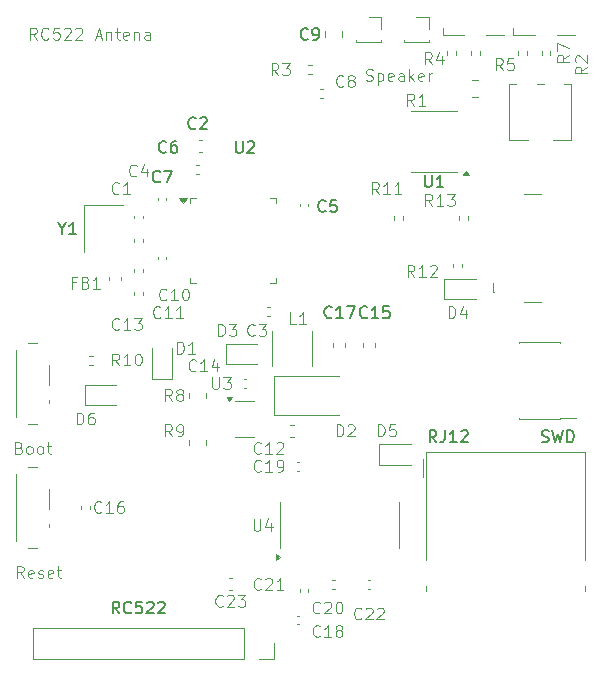
<source format=gbr>
%TF.GenerationSoftware,KiCad,Pcbnew,8.0.8*%
%TF.CreationDate,2025-04-04T12:34:17+02:00*%
%TF.ProjectId,reader_production,72656164-6572-45f7-9072-6f6475637469,rev?*%
%TF.SameCoordinates,Original*%
%TF.FileFunction,Legend,Top*%
%TF.FilePolarity,Positive*%
%FSLAX46Y46*%
G04 Gerber Fmt 4.6, Leading zero omitted, Abs format (unit mm)*
G04 Created by KiCad (PCBNEW 8.0.8) date 2025-04-04 12:34:17*
%MOMM*%
%LPD*%
G01*
G04 APERTURE LIST*
%ADD10C,0.100000*%
%ADD11C,0.125000*%
%ADD12C,0.150000*%
%ADD13C,0.120000*%
G04 APERTURE END LIST*
D10*
X135375312Y-30872419D02*
X135041979Y-30396228D01*
X134803884Y-30872419D02*
X134803884Y-29872419D01*
X134803884Y-29872419D02*
X135184836Y-29872419D01*
X135184836Y-29872419D02*
X135280074Y-29920038D01*
X135280074Y-29920038D02*
X135327693Y-29967657D01*
X135327693Y-29967657D02*
X135375312Y-30062895D01*
X135375312Y-30062895D02*
X135375312Y-30205752D01*
X135375312Y-30205752D02*
X135327693Y-30300990D01*
X135327693Y-30300990D02*
X135280074Y-30348609D01*
X135280074Y-30348609D02*
X135184836Y-30396228D01*
X135184836Y-30396228D02*
X134803884Y-30396228D01*
X136375312Y-30777180D02*
X136327693Y-30824800D01*
X136327693Y-30824800D02*
X136184836Y-30872419D01*
X136184836Y-30872419D02*
X136089598Y-30872419D01*
X136089598Y-30872419D02*
X135946741Y-30824800D01*
X135946741Y-30824800D02*
X135851503Y-30729561D01*
X135851503Y-30729561D02*
X135803884Y-30634323D01*
X135803884Y-30634323D02*
X135756265Y-30443847D01*
X135756265Y-30443847D02*
X135756265Y-30300990D01*
X135756265Y-30300990D02*
X135803884Y-30110514D01*
X135803884Y-30110514D02*
X135851503Y-30015276D01*
X135851503Y-30015276D02*
X135946741Y-29920038D01*
X135946741Y-29920038D02*
X136089598Y-29872419D01*
X136089598Y-29872419D02*
X136184836Y-29872419D01*
X136184836Y-29872419D02*
X136327693Y-29920038D01*
X136327693Y-29920038D02*
X136375312Y-29967657D01*
X137280074Y-29872419D02*
X136803884Y-29872419D01*
X136803884Y-29872419D02*
X136756265Y-30348609D01*
X136756265Y-30348609D02*
X136803884Y-30300990D01*
X136803884Y-30300990D02*
X136899122Y-30253371D01*
X136899122Y-30253371D02*
X137137217Y-30253371D01*
X137137217Y-30253371D02*
X137232455Y-30300990D01*
X137232455Y-30300990D02*
X137280074Y-30348609D01*
X137280074Y-30348609D02*
X137327693Y-30443847D01*
X137327693Y-30443847D02*
X137327693Y-30681942D01*
X137327693Y-30681942D02*
X137280074Y-30777180D01*
X137280074Y-30777180D02*
X137232455Y-30824800D01*
X137232455Y-30824800D02*
X137137217Y-30872419D01*
X137137217Y-30872419D02*
X136899122Y-30872419D01*
X136899122Y-30872419D02*
X136803884Y-30824800D01*
X136803884Y-30824800D02*
X136756265Y-30777180D01*
X137708646Y-29967657D02*
X137756265Y-29920038D01*
X137756265Y-29920038D02*
X137851503Y-29872419D01*
X137851503Y-29872419D02*
X138089598Y-29872419D01*
X138089598Y-29872419D02*
X138184836Y-29920038D01*
X138184836Y-29920038D02*
X138232455Y-29967657D01*
X138232455Y-29967657D02*
X138280074Y-30062895D01*
X138280074Y-30062895D02*
X138280074Y-30158133D01*
X138280074Y-30158133D02*
X138232455Y-30300990D01*
X138232455Y-30300990D02*
X137661027Y-30872419D01*
X137661027Y-30872419D02*
X138280074Y-30872419D01*
X138661027Y-29967657D02*
X138708646Y-29920038D01*
X138708646Y-29920038D02*
X138803884Y-29872419D01*
X138803884Y-29872419D02*
X139041979Y-29872419D01*
X139041979Y-29872419D02*
X139137217Y-29920038D01*
X139137217Y-29920038D02*
X139184836Y-29967657D01*
X139184836Y-29967657D02*
X139232455Y-30062895D01*
X139232455Y-30062895D02*
X139232455Y-30158133D01*
X139232455Y-30158133D02*
X139184836Y-30300990D01*
X139184836Y-30300990D02*
X138613408Y-30872419D01*
X138613408Y-30872419D02*
X139232455Y-30872419D01*
X140375313Y-30586704D02*
X140851503Y-30586704D01*
X140280075Y-30872419D02*
X140613408Y-29872419D01*
X140613408Y-29872419D02*
X140946741Y-30872419D01*
X141280075Y-30205752D02*
X141280075Y-30872419D01*
X141280075Y-30300990D02*
X141327694Y-30253371D01*
X141327694Y-30253371D02*
X141422932Y-30205752D01*
X141422932Y-30205752D02*
X141565789Y-30205752D01*
X141565789Y-30205752D02*
X141661027Y-30253371D01*
X141661027Y-30253371D02*
X141708646Y-30348609D01*
X141708646Y-30348609D02*
X141708646Y-30872419D01*
X142041980Y-30205752D02*
X142422932Y-30205752D01*
X142184837Y-29872419D02*
X142184837Y-30729561D01*
X142184837Y-30729561D02*
X142232456Y-30824800D01*
X142232456Y-30824800D02*
X142327694Y-30872419D01*
X142327694Y-30872419D02*
X142422932Y-30872419D01*
X143137218Y-30824800D02*
X143041980Y-30872419D01*
X143041980Y-30872419D02*
X142851504Y-30872419D01*
X142851504Y-30872419D02*
X142756266Y-30824800D01*
X142756266Y-30824800D02*
X142708647Y-30729561D01*
X142708647Y-30729561D02*
X142708647Y-30348609D01*
X142708647Y-30348609D02*
X142756266Y-30253371D01*
X142756266Y-30253371D02*
X142851504Y-30205752D01*
X142851504Y-30205752D02*
X143041980Y-30205752D01*
X143041980Y-30205752D02*
X143137218Y-30253371D01*
X143137218Y-30253371D02*
X143184837Y-30348609D01*
X143184837Y-30348609D02*
X143184837Y-30443847D01*
X143184837Y-30443847D02*
X142708647Y-30539085D01*
X143613409Y-30205752D02*
X143613409Y-30872419D01*
X143613409Y-30300990D02*
X143661028Y-30253371D01*
X143661028Y-30253371D02*
X143756266Y-30205752D01*
X143756266Y-30205752D02*
X143899123Y-30205752D01*
X143899123Y-30205752D02*
X143994361Y-30253371D01*
X143994361Y-30253371D02*
X144041980Y-30348609D01*
X144041980Y-30348609D02*
X144041980Y-30872419D01*
X144946742Y-30872419D02*
X144946742Y-30348609D01*
X144946742Y-30348609D02*
X144899123Y-30253371D01*
X144899123Y-30253371D02*
X144803885Y-30205752D01*
X144803885Y-30205752D02*
X144613409Y-30205752D01*
X144613409Y-30205752D02*
X144518171Y-30253371D01*
X144946742Y-30824800D02*
X144851504Y-30872419D01*
X144851504Y-30872419D02*
X144613409Y-30872419D01*
X144613409Y-30872419D02*
X144518171Y-30824800D01*
X144518171Y-30824800D02*
X144470552Y-30729561D01*
X144470552Y-30729561D02*
X144470552Y-30634323D01*
X144470552Y-30634323D02*
X144518171Y-30539085D01*
X144518171Y-30539085D02*
X144613409Y-30491466D01*
X144613409Y-30491466D02*
X144851504Y-30491466D01*
X144851504Y-30491466D02*
X144946742Y-30443847D01*
X163256265Y-34324800D02*
X163399122Y-34372419D01*
X163399122Y-34372419D02*
X163637217Y-34372419D01*
X163637217Y-34372419D02*
X163732455Y-34324800D01*
X163732455Y-34324800D02*
X163780074Y-34277180D01*
X163780074Y-34277180D02*
X163827693Y-34181942D01*
X163827693Y-34181942D02*
X163827693Y-34086704D01*
X163827693Y-34086704D02*
X163780074Y-33991466D01*
X163780074Y-33991466D02*
X163732455Y-33943847D01*
X163732455Y-33943847D02*
X163637217Y-33896228D01*
X163637217Y-33896228D02*
X163446741Y-33848609D01*
X163446741Y-33848609D02*
X163351503Y-33800990D01*
X163351503Y-33800990D02*
X163303884Y-33753371D01*
X163303884Y-33753371D02*
X163256265Y-33658133D01*
X163256265Y-33658133D02*
X163256265Y-33562895D01*
X163256265Y-33562895D02*
X163303884Y-33467657D01*
X163303884Y-33467657D02*
X163351503Y-33420038D01*
X163351503Y-33420038D02*
X163446741Y-33372419D01*
X163446741Y-33372419D02*
X163684836Y-33372419D01*
X163684836Y-33372419D02*
X163827693Y-33420038D01*
X164256265Y-33705752D02*
X164256265Y-34705752D01*
X164256265Y-33753371D02*
X164351503Y-33705752D01*
X164351503Y-33705752D02*
X164541979Y-33705752D01*
X164541979Y-33705752D02*
X164637217Y-33753371D01*
X164637217Y-33753371D02*
X164684836Y-33800990D01*
X164684836Y-33800990D02*
X164732455Y-33896228D01*
X164732455Y-33896228D02*
X164732455Y-34181942D01*
X164732455Y-34181942D02*
X164684836Y-34277180D01*
X164684836Y-34277180D02*
X164637217Y-34324800D01*
X164637217Y-34324800D02*
X164541979Y-34372419D01*
X164541979Y-34372419D02*
X164351503Y-34372419D01*
X164351503Y-34372419D02*
X164256265Y-34324800D01*
X165541979Y-34324800D02*
X165446741Y-34372419D01*
X165446741Y-34372419D02*
X165256265Y-34372419D01*
X165256265Y-34372419D02*
X165161027Y-34324800D01*
X165161027Y-34324800D02*
X165113408Y-34229561D01*
X165113408Y-34229561D02*
X165113408Y-33848609D01*
X165113408Y-33848609D02*
X165161027Y-33753371D01*
X165161027Y-33753371D02*
X165256265Y-33705752D01*
X165256265Y-33705752D02*
X165446741Y-33705752D01*
X165446741Y-33705752D02*
X165541979Y-33753371D01*
X165541979Y-33753371D02*
X165589598Y-33848609D01*
X165589598Y-33848609D02*
X165589598Y-33943847D01*
X165589598Y-33943847D02*
X165113408Y-34039085D01*
X166446741Y-34372419D02*
X166446741Y-33848609D01*
X166446741Y-33848609D02*
X166399122Y-33753371D01*
X166399122Y-33753371D02*
X166303884Y-33705752D01*
X166303884Y-33705752D02*
X166113408Y-33705752D01*
X166113408Y-33705752D02*
X166018170Y-33753371D01*
X166446741Y-34324800D02*
X166351503Y-34372419D01*
X166351503Y-34372419D02*
X166113408Y-34372419D01*
X166113408Y-34372419D02*
X166018170Y-34324800D01*
X166018170Y-34324800D02*
X165970551Y-34229561D01*
X165970551Y-34229561D02*
X165970551Y-34134323D01*
X165970551Y-34134323D02*
X166018170Y-34039085D01*
X166018170Y-34039085D02*
X166113408Y-33991466D01*
X166113408Y-33991466D02*
X166351503Y-33991466D01*
X166351503Y-33991466D02*
X166446741Y-33943847D01*
X166922932Y-34372419D02*
X166922932Y-33372419D01*
X167018170Y-33991466D02*
X167303884Y-34372419D01*
X167303884Y-33705752D02*
X166922932Y-34086704D01*
X168113408Y-34324800D02*
X168018170Y-34372419D01*
X168018170Y-34372419D02*
X167827694Y-34372419D01*
X167827694Y-34372419D02*
X167732456Y-34324800D01*
X167732456Y-34324800D02*
X167684837Y-34229561D01*
X167684837Y-34229561D02*
X167684837Y-33848609D01*
X167684837Y-33848609D02*
X167732456Y-33753371D01*
X167732456Y-33753371D02*
X167827694Y-33705752D01*
X167827694Y-33705752D02*
X168018170Y-33705752D01*
X168018170Y-33705752D02*
X168113408Y-33753371D01*
X168113408Y-33753371D02*
X168161027Y-33848609D01*
X168161027Y-33848609D02*
X168161027Y-33943847D01*
X168161027Y-33943847D02*
X167684837Y-34039085D01*
X168589599Y-34372419D02*
X168589599Y-33705752D01*
X168589599Y-33896228D02*
X168637218Y-33800990D01*
X168637218Y-33800990D02*
X168684837Y-33753371D01*
X168684837Y-33753371D02*
X168780075Y-33705752D01*
X168780075Y-33705752D02*
X168875313Y-33705752D01*
D11*
X154357142Y-67360880D02*
X154309523Y-67408500D01*
X154309523Y-67408500D02*
X154166666Y-67456119D01*
X154166666Y-67456119D02*
X154071428Y-67456119D01*
X154071428Y-67456119D02*
X153928571Y-67408500D01*
X153928571Y-67408500D02*
X153833333Y-67313261D01*
X153833333Y-67313261D02*
X153785714Y-67218023D01*
X153785714Y-67218023D02*
X153738095Y-67027547D01*
X153738095Y-67027547D02*
X153738095Y-66884690D01*
X153738095Y-66884690D02*
X153785714Y-66694214D01*
X153785714Y-66694214D02*
X153833333Y-66598976D01*
X153833333Y-66598976D02*
X153928571Y-66503738D01*
X153928571Y-66503738D02*
X154071428Y-66456119D01*
X154071428Y-66456119D02*
X154166666Y-66456119D01*
X154166666Y-66456119D02*
X154309523Y-66503738D01*
X154309523Y-66503738D02*
X154357142Y-66551357D01*
X155309523Y-67456119D02*
X154738095Y-67456119D01*
X155023809Y-67456119D02*
X155023809Y-66456119D01*
X155023809Y-66456119D02*
X154928571Y-66598976D01*
X154928571Y-66598976D02*
X154833333Y-66694214D01*
X154833333Y-66694214D02*
X154738095Y-66741833D01*
X155785714Y-67456119D02*
X155976190Y-67456119D01*
X155976190Y-67456119D02*
X156071428Y-67408500D01*
X156071428Y-67408500D02*
X156119047Y-67360880D01*
X156119047Y-67360880D02*
X156214285Y-67218023D01*
X156214285Y-67218023D02*
X156261904Y-67027547D01*
X156261904Y-67027547D02*
X156261904Y-66646595D01*
X156261904Y-66646595D02*
X156214285Y-66551357D01*
X156214285Y-66551357D02*
X156166666Y-66503738D01*
X156166666Y-66503738D02*
X156071428Y-66456119D01*
X156071428Y-66456119D02*
X155880952Y-66456119D01*
X155880952Y-66456119D02*
X155785714Y-66503738D01*
X155785714Y-66503738D02*
X155738095Y-66551357D01*
X155738095Y-66551357D02*
X155690476Y-66646595D01*
X155690476Y-66646595D02*
X155690476Y-66884690D01*
X155690476Y-66884690D02*
X155738095Y-66979928D01*
X155738095Y-66979928D02*
X155785714Y-67027547D01*
X155785714Y-67027547D02*
X155880952Y-67075166D01*
X155880952Y-67075166D02*
X156071428Y-67075166D01*
X156071428Y-67075166D02*
X156166666Y-67027547D01*
X156166666Y-67027547D02*
X156214285Y-66979928D01*
X156214285Y-66979928D02*
X156261904Y-66884690D01*
X154357142Y-65860880D02*
X154309523Y-65908500D01*
X154309523Y-65908500D02*
X154166666Y-65956119D01*
X154166666Y-65956119D02*
X154071428Y-65956119D01*
X154071428Y-65956119D02*
X153928571Y-65908500D01*
X153928571Y-65908500D02*
X153833333Y-65813261D01*
X153833333Y-65813261D02*
X153785714Y-65718023D01*
X153785714Y-65718023D02*
X153738095Y-65527547D01*
X153738095Y-65527547D02*
X153738095Y-65384690D01*
X153738095Y-65384690D02*
X153785714Y-65194214D01*
X153785714Y-65194214D02*
X153833333Y-65098976D01*
X153833333Y-65098976D02*
X153928571Y-65003738D01*
X153928571Y-65003738D02*
X154071428Y-64956119D01*
X154071428Y-64956119D02*
X154166666Y-64956119D01*
X154166666Y-64956119D02*
X154309523Y-65003738D01*
X154309523Y-65003738D02*
X154357142Y-65051357D01*
X155309523Y-65956119D02*
X154738095Y-65956119D01*
X155023809Y-65956119D02*
X155023809Y-64956119D01*
X155023809Y-64956119D02*
X154928571Y-65098976D01*
X154928571Y-65098976D02*
X154833333Y-65194214D01*
X154833333Y-65194214D02*
X154738095Y-65241833D01*
X155690476Y-65051357D02*
X155738095Y-65003738D01*
X155738095Y-65003738D02*
X155833333Y-64956119D01*
X155833333Y-64956119D02*
X156071428Y-64956119D01*
X156071428Y-64956119D02*
X156166666Y-65003738D01*
X156166666Y-65003738D02*
X156214285Y-65051357D01*
X156214285Y-65051357D02*
X156261904Y-65146595D01*
X156261904Y-65146595D02*
X156261904Y-65241833D01*
X156261904Y-65241833D02*
X156214285Y-65384690D01*
X156214285Y-65384690D02*
X155642857Y-65956119D01*
X155642857Y-65956119D02*
X156261904Y-65956119D01*
X180456119Y-32166666D02*
X179979928Y-32499999D01*
X180456119Y-32738094D02*
X179456119Y-32738094D01*
X179456119Y-32738094D02*
X179456119Y-32357142D01*
X179456119Y-32357142D02*
X179503738Y-32261904D01*
X179503738Y-32261904D02*
X179551357Y-32214285D01*
X179551357Y-32214285D02*
X179646595Y-32166666D01*
X179646595Y-32166666D02*
X179789452Y-32166666D01*
X179789452Y-32166666D02*
X179884690Y-32214285D01*
X179884690Y-32214285D02*
X179932309Y-32261904D01*
X179932309Y-32261904D02*
X179979928Y-32357142D01*
X179979928Y-32357142D02*
X179979928Y-32738094D01*
X179456119Y-31833332D02*
X179456119Y-31166666D01*
X179456119Y-31166666D02*
X180456119Y-31595237D01*
X146833333Y-61456119D02*
X146500000Y-60979928D01*
X146261905Y-61456119D02*
X146261905Y-60456119D01*
X146261905Y-60456119D02*
X146642857Y-60456119D01*
X146642857Y-60456119D02*
X146738095Y-60503738D01*
X146738095Y-60503738D02*
X146785714Y-60551357D01*
X146785714Y-60551357D02*
X146833333Y-60646595D01*
X146833333Y-60646595D02*
X146833333Y-60789452D01*
X146833333Y-60789452D02*
X146785714Y-60884690D01*
X146785714Y-60884690D02*
X146738095Y-60932309D01*
X146738095Y-60932309D02*
X146642857Y-60979928D01*
X146642857Y-60979928D02*
X146261905Y-60979928D01*
X147404762Y-60884690D02*
X147309524Y-60837071D01*
X147309524Y-60837071D02*
X147261905Y-60789452D01*
X147261905Y-60789452D02*
X147214286Y-60694214D01*
X147214286Y-60694214D02*
X147214286Y-60646595D01*
X147214286Y-60646595D02*
X147261905Y-60551357D01*
X147261905Y-60551357D02*
X147309524Y-60503738D01*
X147309524Y-60503738D02*
X147404762Y-60456119D01*
X147404762Y-60456119D02*
X147595238Y-60456119D01*
X147595238Y-60456119D02*
X147690476Y-60503738D01*
X147690476Y-60503738D02*
X147738095Y-60551357D01*
X147738095Y-60551357D02*
X147785714Y-60646595D01*
X147785714Y-60646595D02*
X147785714Y-60694214D01*
X147785714Y-60694214D02*
X147738095Y-60789452D01*
X147738095Y-60789452D02*
X147690476Y-60837071D01*
X147690476Y-60837071D02*
X147595238Y-60884690D01*
X147595238Y-60884690D02*
X147404762Y-60884690D01*
X147404762Y-60884690D02*
X147309524Y-60932309D01*
X147309524Y-60932309D02*
X147261905Y-60979928D01*
X147261905Y-60979928D02*
X147214286Y-61075166D01*
X147214286Y-61075166D02*
X147214286Y-61265642D01*
X147214286Y-61265642D02*
X147261905Y-61360880D01*
X147261905Y-61360880D02*
X147309524Y-61408500D01*
X147309524Y-61408500D02*
X147404762Y-61456119D01*
X147404762Y-61456119D02*
X147595238Y-61456119D01*
X147595238Y-61456119D02*
X147690476Y-61408500D01*
X147690476Y-61408500D02*
X147738095Y-61360880D01*
X147738095Y-61360880D02*
X147785714Y-61265642D01*
X147785714Y-61265642D02*
X147785714Y-61075166D01*
X147785714Y-61075166D02*
X147738095Y-60979928D01*
X147738095Y-60979928D02*
X147690476Y-60932309D01*
X147690476Y-60932309D02*
X147595238Y-60884690D01*
D12*
X145833333Y-42859580D02*
X145785714Y-42907200D01*
X145785714Y-42907200D02*
X145642857Y-42954819D01*
X145642857Y-42954819D02*
X145547619Y-42954819D01*
X145547619Y-42954819D02*
X145404762Y-42907200D01*
X145404762Y-42907200D02*
X145309524Y-42811961D01*
X145309524Y-42811961D02*
X145261905Y-42716723D01*
X145261905Y-42716723D02*
X145214286Y-42526247D01*
X145214286Y-42526247D02*
X145214286Y-42383390D01*
X145214286Y-42383390D02*
X145261905Y-42192914D01*
X145261905Y-42192914D02*
X145309524Y-42097676D01*
X145309524Y-42097676D02*
X145404762Y-42002438D01*
X145404762Y-42002438D02*
X145547619Y-41954819D01*
X145547619Y-41954819D02*
X145642857Y-41954819D01*
X145642857Y-41954819D02*
X145785714Y-42002438D01*
X145785714Y-42002438D02*
X145833333Y-42050057D01*
X146166667Y-41954819D02*
X146833333Y-41954819D01*
X146833333Y-41954819D02*
X146404762Y-42954819D01*
D11*
X164261905Y-64456119D02*
X164261905Y-63456119D01*
X164261905Y-63456119D02*
X164500000Y-63456119D01*
X164500000Y-63456119D02*
X164642857Y-63503738D01*
X164642857Y-63503738D02*
X164738095Y-63598976D01*
X164738095Y-63598976D02*
X164785714Y-63694214D01*
X164785714Y-63694214D02*
X164833333Y-63884690D01*
X164833333Y-63884690D02*
X164833333Y-64027547D01*
X164833333Y-64027547D02*
X164785714Y-64218023D01*
X164785714Y-64218023D02*
X164738095Y-64313261D01*
X164738095Y-64313261D02*
X164642857Y-64408500D01*
X164642857Y-64408500D02*
X164500000Y-64456119D01*
X164500000Y-64456119D02*
X164261905Y-64456119D01*
X165738095Y-63456119D02*
X165261905Y-63456119D01*
X165261905Y-63456119D02*
X165214286Y-63932309D01*
X165214286Y-63932309D02*
X165261905Y-63884690D01*
X165261905Y-63884690D02*
X165357143Y-63837071D01*
X165357143Y-63837071D02*
X165595238Y-63837071D01*
X165595238Y-63837071D02*
X165690476Y-63884690D01*
X165690476Y-63884690D02*
X165738095Y-63932309D01*
X165738095Y-63932309D02*
X165785714Y-64027547D01*
X165785714Y-64027547D02*
X165785714Y-64265642D01*
X165785714Y-64265642D02*
X165738095Y-64360880D01*
X165738095Y-64360880D02*
X165690476Y-64408500D01*
X165690476Y-64408500D02*
X165595238Y-64456119D01*
X165595238Y-64456119D02*
X165357143Y-64456119D01*
X165357143Y-64456119D02*
X165261905Y-64408500D01*
X165261905Y-64408500D02*
X165214286Y-64360880D01*
D12*
X158333333Y-30789580D02*
X158285714Y-30837200D01*
X158285714Y-30837200D02*
X158142857Y-30884819D01*
X158142857Y-30884819D02*
X158047619Y-30884819D01*
X158047619Y-30884819D02*
X157904762Y-30837200D01*
X157904762Y-30837200D02*
X157809524Y-30741961D01*
X157809524Y-30741961D02*
X157761905Y-30646723D01*
X157761905Y-30646723D02*
X157714286Y-30456247D01*
X157714286Y-30456247D02*
X157714286Y-30313390D01*
X157714286Y-30313390D02*
X157761905Y-30122914D01*
X157761905Y-30122914D02*
X157809524Y-30027676D01*
X157809524Y-30027676D02*
X157904762Y-29932438D01*
X157904762Y-29932438D02*
X158047619Y-29884819D01*
X158047619Y-29884819D02*
X158142857Y-29884819D01*
X158142857Y-29884819D02*
X158285714Y-29932438D01*
X158285714Y-29932438D02*
X158333333Y-29980057D01*
X158809524Y-30884819D02*
X159000000Y-30884819D01*
X159000000Y-30884819D02*
X159095238Y-30837200D01*
X159095238Y-30837200D02*
X159142857Y-30789580D01*
X159142857Y-30789580D02*
X159238095Y-30646723D01*
X159238095Y-30646723D02*
X159285714Y-30456247D01*
X159285714Y-30456247D02*
X159285714Y-30075295D01*
X159285714Y-30075295D02*
X159238095Y-29980057D01*
X159238095Y-29980057D02*
X159190476Y-29932438D01*
X159190476Y-29932438D02*
X159095238Y-29884819D01*
X159095238Y-29884819D02*
X158904762Y-29884819D01*
X158904762Y-29884819D02*
X158809524Y-29932438D01*
X158809524Y-29932438D02*
X158761905Y-29980057D01*
X158761905Y-29980057D02*
X158714286Y-30075295D01*
X158714286Y-30075295D02*
X158714286Y-30313390D01*
X158714286Y-30313390D02*
X158761905Y-30408628D01*
X158761905Y-30408628D02*
X158809524Y-30456247D01*
X158809524Y-30456247D02*
X158904762Y-30503866D01*
X158904762Y-30503866D02*
X159095238Y-30503866D01*
X159095238Y-30503866D02*
X159190476Y-30456247D01*
X159190476Y-30456247D02*
X159238095Y-30408628D01*
X159238095Y-30408628D02*
X159285714Y-30313390D01*
D11*
X181956119Y-33166666D02*
X181479928Y-33499999D01*
X181956119Y-33738094D02*
X180956119Y-33738094D01*
X180956119Y-33738094D02*
X180956119Y-33357142D01*
X180956119Y-33357142D02*
X181003738Y-33261904D01*
X181003738Y-33261904D02*
X181051357Y-33214285D01*
X181051357Y-33214285D02*
X181146595Y-33166666D01*
X181146595Y-33166666D02*
X181289452Y-33166666D01*
X181289452Y-33166666D02*
X181384690Y-33214285D01*
X181384690Y-33214285D02*
X181432309Y-33261904D01*
X181432309Y-33261904D02*
X181479928Y-33357142D01*
X181479928Y-33357142D02*
X181479928Y-33738094D01*
X181051357Y-32785713D02*
X181003738Y-32738094D01*
X181003738Y-32738094D02*
X180956119Y-32642856D01*
X180956119Y-32642856D02*
X180956119Y-32404761D01*
X180956119Y-32404761D02*
X181003738Y-32309523D01*
X181003738Y-32309523D02*
X181051357Y-32261904D01*
X181051357Y-32261904D02*
X181146595Y-32214285D01*
X181146595Y-32214285D02*
X181241833Y-32214285D01*
X181241833Y-32214285D02*
X181384690Y-32261904D01*
X181384690Y-32261904D02*
X181956119Y-32833332D01*
X181956119Y-32833332D02*
X181956119Y-32214285D01*
X170261905Y-54456119D02*
X170261905Y-53456119D01*
X170261905Y-53456119D02*
X170500000Y-53456119D01*
X170500000Y-53456119D02*
X170642857Y-53503738D01*
X170642857Y-53503738D02*
X170738095Y-53598976D01*
X170738095Y-53598976D02*
X170785714Y-53694214D01*
X170785714Y-53694214D02*
X170833333Y-53884690D01*
X170833333Y-53884690D02*
X170833333Y-54027547D01*
X170833333Y-54027547D02*
X170785714Y-54218023D01*
X170785714Y-54218023D02*
X170738095Y-54313261D01*
X170738095Y-54313261D02*
X170642857Y-54408500D01*
X170642857Y-54408500D02*
X170500000Y-54456119D01*
X170500000Y-54456119D02*
X170261905Y-54456119D01*
X171690476Y-53789452D02*
X171690476Y-54456119D01*
X171452381Y-53408500D02*
X171214286Y-54122785D01*
X171214286Y-54122785D02*
X171833333Y-54122785D01*
X146833333Y-64456119D02*
X146500000Y-63979928D01*
X146261905Y-64456119D02*
X146261905Y-63456119D01*
X146261905Y-63456119D02*
X146642857Y-63456119D01*
X146642857Y-63456119D02*
X146738095Y-63503738D01*
X146738095Y-63503738D02*
X146785714Y-63551357D01*
X146785714Y-63551357D02*
X146833333Y-63646595D01*
X146833333Y-63646595D02*
X146833333Y-63789452D01*
X146833333Y-63789452D02*
X146785714Y-63884690D01*
X146785714Y-63884690D02*
X146738095Y-63932309D01*
X146738095Y-63932309D02*
X146642857Y-63979928D01*
X146642857Y-63979928D02*
X146261905Y-63979928D01*
X147309524Y-64456119D02*
X147500000Y-64456119D01*
X147500000Y-64456119D02*
X147595238Y-64408500D01*
X147595238Y-64408500D02*
X147642857Y-64360880D01*
X147642857Y-64360880D02*
X147738095Y-64218023D01*
X147738095Y-64218023D02*
X147785714Y-64027547D01*
X147785714Y-64027547D02*
X147785714Y-63646595D01*
X147785714Y-63646595D02*
X147738095Y-63551357D01*
X147738095Y-63551357D02*
X147690476Y-63503738D01*
X147690476Y-63503738D02*
X147595238Y-63456119D01*
X147595238Y-63456119D02*
X147404762Y-63456119D01*
X147404762Y-63456119D02*
X147309524Y-63503738D01*
X147309524Y-63503738D02*
X147261905Y-63551357D01*
X147261905Y-63551357D02*
X147214286Y-63646595D01*
X147214286Y-63646595D02*
X147214286Y-63884690D01*
X147214286Y-63884690D02*
X147261905Y-63979928D01*
X147261905Y-63979928D02*
X147309524Y-64027547D01*
X147309524Y-64027547D02*
X147404762Y-64075166D01*
X147404762Y-64075166D02*
X147595238Y-64075166D01*
X147595238Y-64075166D02*
X147690476Y-64027547D01*
X147690476Y-64027547D02*
X147738095Y-63979928D01*
X147738095Y-63979928D02*
X147785714Y-63884690D01*
D12*
X168238095Y-42354819D02*
X168238095Y-43164342D01*
X168238095Y-43164342D02*
X168285714Y-43259580D01*
X168285714Y-43259580D02*
X168333333Y-43307200D01*
X168333333Y-43307200D02*
X168428571Y-43354819D01*
X168428571Y-43354819D02*
X168619047Y-43354819D01*
X168619047Y-43354819D02*
X168714285Y-43307200D01*
X168714285Y-43307200D02*
X168761904Y-43259580D01*
X168761904Y-43259580D02*
X168809523Y-43164342D01*
X168809523Y-43164342D02*
X168809523Y-42354819D01*
X169809523Y-43354819D02*
X169238095Y-43354819D01*
X169523809Y-43354819D02*
X169523809Y-42354819D01*
X169523809Y-42354819D02*
X169428571Y-42497676D01*
X169428571Y-42497676D02*
X169333333Y-42592914D01*
X169333333Y-42592914D02*
X169238095Y-42640533D01*
D11*
X151132142Y-78790880D02*
X151084523Y-78838500D01*
X151084523Y-78838500D02*
X150941666Y-78886119D01*
X150941666Y-78886119D02*
X150846428Y-78886119D01*
X150846428Y-78886119D02*
X150703571Y-78838500D01*
X150703571Y-78838500D02*
X150608333Y-78743261D01*
X150608333Y-78743261D02*
X150560714Y-78648023D01*
X150560714Y-78648023D02*
X150513095Y-78457547D01*
X150513095Y-78457547D02*
X150513095Y-78314690D01*
X150513095Y-78314690D02*
X150560714Y-78124214D01*
X150560714Y-78124214D02*
X150608333Y-78028976D01*
X150608333Y-78028976D02*
X150703571Y-77933738D01*
X150703571Y-77933738D02*
X150846428Y-77886119D01*
X150846428Y-77886119D02*
X150941666Y-77886119D01*
X150941666Y-77886119D02*
X151084523Y-77933738D01*
X151084523Y-77933738D02*
X151132142Y-77981357D01*
X151513095Y-77981357D02*
X151560714Y-77933738D01*
X151560714Y-77933738D02*
X151655952Y-77886119D01*
X151655952Y-77886119D02*
X151894047Y-77886119D01*
X151894047Y-77886119D02*
X151989285Y-77933738D01*
X151989285Y-77933738D02*
X152036904Y-77981357D01*
X152036904Y-77981357D02*
X152084523Y-78076595D01*
X152084523Y-78076595D02*
X152084523Y-78171833D01*
X152084523Y-78171833D02*
X152036904Y-78314690D01*
X152036904Y-78314690D02*
X151465476Y-78886119D01*
X151465476Y-78886119D02*
X152084523Y-78886119D01*
X152417857Y-77886119D02*
X153036904Y-77886119D01*
X153036904Y-77886119D02*
X152703571Y-78267071D01*
X152703571Y-78267071D02*
X152846428Y-78267071D01*
X152846428Y-78267071D02*
X152941666Y-78314690D01*
X152941666Y-78314690D02*
X152989285Y-78362309D01*
X152989285Y-78362309D02*
X153036904Y-78457547D01*
X153036904Y-78457547D02*
X153036904Y-78695642D01*
X153036904Y-78695642D02*
X152989285Y-78790880D01*
X152989285Y-78790880D02*
X152941666Y-78838500D01*
X152941666Y-78838500D02*
X152846428Y-78886119D01*
X152846428Y-78886119D02*
X152560714Y-78886119D01*
X152560714Y-78886119D02*
X152465476Y-78838500D01*
X152465476Y-78838500D02*
X152417857Y-78790880D01*
X133880952Y-65432309D02*
X134023809Y-65479928D01*
X134023809Y-65479928D02*
X134071428Y-65527547D01*
X134071428Y-65527547D02*
X134119047Y-65622785D01*
X134119047Y-65622785D02*
X134119047Y-65765642D01*
X134119047Y-65765642D02*
X134071428Y-65860880D01*
X134071428Y-65860880D02*
X134023809Y-65908500D01*
X134023809Y-65908500D02*
X133928571Y-65956119D01*
X133928571Y-65956119D02*
X133547619Y-65956119D01*
X133547619Y-65956119D02*
X133547619Y-64956119D01*
X133547619Y-64956119D02*
X133880952Y-64956119D01*
X133880952Y-64956119D02*
X133976190Y-65003738D01*
X133976190Y-65003738D02*
X134023809Y-65051357D01*
X134023809Y-65051357D02*
X134071428Y-65146595D01*
X134071428Y-65146595D02*
X134071428Y-65241833D01*
X134071428Y-65241833D02*
X134023809Y-65337071D01*
X134023809Y-65337071D02*
X133976190Y-65384690D01*
X133976190Y-65384690D02*
X133880952Y-65432309D01*
X133880952Y-65432309D02*
X133547619Y-65432309D01*
X134690476Y-65956119D02*
X134595238Y-65908500D01*
X134595238Y-65908500D02*
X134547619Y-65860880D01*
X134547619Y-65860880D02*
X134500000Y-65765642D01*
X134500000Y-65765642D02*
X134500000Y-65479928D01*
X134500000Y-65479928D02*
X134547619Y-65384690D01*
X134547619Y-65384690D02*
X134595238Y-65337071D01*
X134595238Y-65337071D02*
X134690476Y-65289452D01*
X134690476Y-65289452D02*
X134833333Y-65289452D01*
X134833333Y-65289452D02*
X134928571Y-65337071D01*
X134928571Y-65337071D02*
X134976190Y-65384690D01*
X134976190Y-65384690D02*
X135023809Y-65479928D01*
X135023809Y-65479928D02*
X135023809Y-65765642D01*
X135023809Y-65765642D02*
X134976190Y-65860880D01*
X134976190Y-65860880D02*
X134928571Y-65908500D01*
X134928571Y-65908500D02*
X134833333Y-65956119D01*
X134833333Y-65956119D02*
X134690476Y-65956119D01*
X135595238Y-65956119D02*
X135500000Y-65908500D01*
X135500000Y-65908500D02*
X135452381Y-65860880D01*
X135452381Y-65860880D02*
X135404762Y-65765642D01*
X135404762Y-65765642D02*
X135404762Y-65479928D01*
X135404762Y-65479928D02*
X135452381Y-65384690D01*
X135452381Y-65384690D02*
X135500000Y-65337071D01*
X135500000Y-65337071D02*
X135595238Y-65289452D01*
X135595238Y-65289452D02*
X135738095Y-65289452D01*
X135738095Y-65289452D02*
X135833333Y-65337071D01*
X135833333Y-65337071D02*
X135880952Y-65384690D01*
X135880952Y-65384690D02*
X135928571Y-65479928D01*
X135928571Y-65479928D02*
X135928571Y-65765642D01*
X135928571Y-65765642D02*
X135880952Y-65860880D01*
X135880952Y-65860880D02*
X135833333Y-65908500D01*
X135833333Y-65908500D02*
X135738095Y-65956119D01*
X135738095Y-65956119D02*
X135595238Y-65956119D01*
X136214286Y-65289452D02*
X136595238Y-65289452D01*
X136357143Y-64956119D02*
X136357143Y-65813261D01*
X136357143Y-65813261D02*
X136404762Y-65908500D01*
X136404762Y-65908500D02*
X136500000Y-65956119D01*
X136500000Y-65956119D02*
X136595238Y-65956119D01*
X159357142Y-79360880D02*
X159309523Y-79408500D01*
X159309523Y-79408500D02*
X159166666Y-79456119D01*
X159166666Y-79456119D02*
X159071428Y-79456119D01*
X159071428Y-79456119D02*
X158928571Y-79408500D01*
X158928571Y-79408500D02*
X158833333Y-79313261D01*
X158833333Y-79313261D02*
X158785714Y-79218023D01*
X158785714Y-79218023D02*
X158738095Y-79027547D01*
X158738095Y-79027547D02*
X158738095Y-78884690D01*
X158738095Y-78884690D02*
X158785714Y-78694214D01*
X158785714Y-78694214D02*
X158833333Y-78598976D01*
X158833333Y-78598976D02*
X158928571Y-78503738D01*
X158928571Y-78503738D02*
X159071428Y-78456119D01*
X159071428Y-78456119D02*
X159166666Y-78456119D01*
X159166666Y-78456119D02*
X159309523Y-78503738D01*
X159309523Y-78503738D02*
X159357142Y-78551357D01*
X159738095Y-78551357D02*
X159785714Y-78503738D01*
X159785714Y-78503738D02*
X159880952Y-78456119D01*
X159880952Y-78456119D02*
X160119047Y-78456119D01*
X160119047Y-78456119D02*
X160214285Y-78503738D01*
X160214285Y-78503738D02*
X160261904Y-78551357D01*
X160261904Y-78551357D02*
X160309523Y-78646595D01*
X160309523Y-78646595D02*
X160309523Y-78741833D01*
X160309523Y-78741833D02*
X160261904Y-78884690D01*
X160261904Y-78884690D02*
X159690476Y-79456119D01*
X159690476Y-79456119D02*
X160309523Y-79456119D01*
X160928571Y-78456119D02*
X161023809Y-78456119D01*
X161023809Y-78456119D02*
X161119047Y-78503738D01*
X161119047Y-78503738D02*
X161166666Y-78551357D01*
X161166666Y-78551357D02*
X161214285Y-78646595D01*
X161214285Y-78646595D02*
X161261904Y-78837071D01*
X161261904Y-78837071D02*
X161261904Y-79075166D01*
X161261904Y-79075166D02*
X161214285Y-79265642D01*
X161214285Y-79265642D02*
X161166666Y-79360880D01*
X161166666Y-79360880D02*
X161119047Y-79408500D01*
X161119047Y-79408500D02*
X161023809Y-79456119D01*
X161023809Y-79456119D02*
X160928571Y-79456119D01*
X160928571Y-79456119D02*
X160833333Y-79408500D01*
X160833333Y-79408500D02*
X160785714Y-79360880D01*
X160785714Y-79360880D02*
X160738095Y-79265642D01*
X160738095Y-79265642D02*
X160690476Y-79075166D01*
X160690476Y-79075166D02*
X160690476Y-78837071D01*
X160690476Y-78837071D02*
X160738095Y-78646595D01*
X160738095Y-78646595D02*
X160785714Y-78551357D01*
X160785714Y-78551357D02*
X160833333Y-78503738D01*
X160833333Y-78503738D02*
X160928571Y-78456119D01*
X157333333Y-54956119D02*
X156857143Y-54956119D01*
X156857143Y-54956119D02*
X156857143Y-53956119D01*
X158190476Y-54956119D02*
X157619048Y-54956119D01*
X157904762Y-54956119D02*
X157904762Y-53956119D01*
X157904762Y-53956119D02*
X157809524Y-54098976D01*
X157809524Y-54098976D02*
X157714286Y-54194214D01*
X157714286Y-54194214D02*
X157619048Y-54241833D01*
X164357142Y-43956119D02*
X164023809Y-43479928D01*
X163785714Y-43956119D02*
X163785714Y-42956119D01*
X163785714Y-42956119D02*
X164166666Y-42956119D01*
X164166666Y-42956119D02*
X164261904Y-43003738D01*
X164261904Y-43003738D02*
X164309523Y-43051357D01*
X164309523Y-43051357D02*
X164357142Y-43146595D01*
X164357142Y-43146595D02*
X164357142Y-43289452D01*
X164357142Y-43289452D02*
X164309523Y-43384690D01*
X164309523Y-43384690D02*
X164261904Y-43432309D01*
X164261904Y-43432309D02*
X164166666Y-43479928D01*
X164166666Y-43479928D02*
X163785714Y-43479928D01*
X165309523Y-43956119D02*
X164738095Y-43956119D01*
X165023809Y-43956119D02*
X165023809Y-42956119D01*
X165023809Y-42956119D02*
X164928571Y-43098976D01*
X164928571Y-43098976D02*
X164833333Y-43194214D01*
X164833333Y-43194214D02*
X164738095Y-43241833D01*
X166261904Y-43956119D02*
X165690476Y-43956119D01*
X165976190Y-43956119D02*
X165976190Y-42956119D01*
X165976190Y-42956119D02*
X165880952Y-43098976D01*
X165880952Y-43098976D02*
X165785714Y-43194214D01*
X165785714Y-43194214D02*
X165690476Y-43241833D01*
X167357142Y-50956119D02*
X167023809Y-50479928D01*
X166785714Y-50956119D02*
X166785714Y-49956119D01*
X166785714Y-49956119D02*
X167166666Y-49956119D01*
X167166666Y-49956119D02*
X167261904Y-50003738D01*
X167261904Y-50003738D02*
X167309523Y-50051357D01*
X167309523Y-50051357D02*
X167357142Y-50146595D01*
X167357142Y-50146595D02*
X167357142Y-50289452D01*
X167357142Y-50289452D02*
X167309523Y-50384690D01*
X167309523Y-50384690D02*
X167261904Y-50432309D01*
X167261904Y-50432309D02*
X167166666Y-50479928D01*
X167166666Y-50479928D02*
X166785714Y-50479928D01*
X168309523Y-50956119D02*
X167738095Y-50956119D01*
X168023809Y-50956119D02*
X168023809Y-49956119D01*
X168023809Y-49956119D02*
X167928571Y-50098976D01*
X167928571Y-50098976D02*
X167833333Y-50194214D01*
X167833333Y-50194214D02*
X167738095Y-50241833D01*
X168690476Y-50051357D02*
X168738095Y-50003738D01*
X168738095Y-50003738D02*
X168833333Y-49956119D01*
X168833333Y-49956119D02*
X169071428Y-49956119D01*
X169071428Y-49956119D02*
X169166666Y-50003738D01*
X169166666Y-50003738D02*
X169214285Y-50051357D01*
X169214285Y-50051357D02*
X169261904Y-50146595D01*
X169261904Y-50146595D02*
X169261904Y-50241833D01*
X169261904Y-50241833D02*
X169214285Y-50384690D01*
X169214285Y-50384690D02*
X168642857Y-50956119D01*
X168642857Y-50956119D02*
X169261904Y-50956119D01*
D12*
X178142857Y-64907200D02*
X178285714Y-64954819D01*
X178285714Y-64954819D02*
X178523809Y-64954819D01*
X178523809Y-64954819D02*
X178619047Y-64907200D01*
X178619047Y-64907200D02*
X178666666Y-64859580D01*
X178666666Y-64859580D02*
X178714285Y-64764342D01*
X178714285Y-64764342D02*
X178714285Y-64669104D01*
X178714285Y-64669104D02*
X178666666Y-64573866D01*
X178666666Y-64573866D02*
X178619047Y-64526247D01*
X178619047Y-64526247D02*
X178523809Y-64478628D01*
X178523809Y-64478628D02*
X178333333Y-64431009D01*
X178333333Y-64431009D02*
X178238095Y-64383390D01*
X178238095Y-64383390D02*
X178190476Y-64335771D01*
X178190476Y-64335771D02*
X178142857Y-64240533D01*
X178142857Y-64240533D02*
X178142857Y-64145295D01*
X178142857Y-64145295D02*
X178190476Y-64050057D01*
X178190476Y-64050057D02*
X178238095Y-64002438D01*
X178238095Y-64002438D02*
X178333333Y-63954819D01*
X178333333Y-63954819D02*
X178571428Y-63954819D01*
X178571428Y-63954819D02*
X178714285Y-64002438D01*
X179047619Y-63954819D02*
X179285714Y-64954819D01*
X179285714Y-64954819D02*
X179476190Y-64240533D01*
X179476190Y-64240533D02*
X179666666Y-64954819D01*
X179666666Y-64954819D02*
X179904762Y-63954819D01*
X180285714Y-64954819D02*
X180285714Y-63954819D01*
X180285714Y-63954819D02*
X180523809Y-63954819D01*
X180523809Y-63954819D02*
X180666666Y-64002438D01*
X180666666Y-64002438D02*
X180761904Y-64097676D01*
X180761904Y-64097676D02*
X180809523Y-64192914D01*
X180809523Y-64192914D02*
X180857142Y-64383390D01*
X180857142Y-64383390D02*
X180857142Y-64526247D01*
X180857142Y-64526247D02*
X180809523Y-64716723D01*
X180809523Y-64716723D02*
X180761904Y-64811961D01*
X180761904Y-64811961D02*
X180666666Y-64907200D01*
X180666666Y-64907200D02*
X180523809Y-64954819D01*
X180523809Y-64954819D02*
X180285714Y-64954819D01*
D11*
X142357142Y-55360880D02*
X142309523Y-55408500D01*
X142309523Y-55408500D02*
X142166666Y-55456119D01*
X142166666Y-55456119D02*
X142071428Y-55456119D01*
X142071428Y-55456119D02*
X141928571Y-55408500D01*
X141928571Y-55408500D02*
X141833333Y-55313261D01*
X141833333Y-55313261D02*
X141785714Y-55218023D01*
X141785714Y-55218023D02*
X141738095Y-55027547D01*
X141738095Y-55027547D02*
X141738095Y-54884690D01*
X141738095Y-54884690D02*
X141785714Y-54694214D01*
X141785714Y-54694214D02*
X141833333Y-54598976D01*
X141833333Y-54598976D02*
X141928571Y-54503738D01*
X141928571Y-54503738D02*
X142071428Y-54456119D01*
X142071428Y-54456119D02*
X142166666Y-54456119D01*
X142166666Y-54456119D02*
X142309523Y-54503738D01*
X142309523Y-54503738D02*
X142357142Y-54551357D01*
X143309523Y-55456119D02*
X142738095Y-55456119D01*
X143023809Y-55456119D02*
X143023809Y-54456119D01*
X143023809Y-54456119D02*
X142928571Y-54598976D01*
X142928571Y-54598976D02*
X142833333Y-54694214D01*
X142833333Y-54694214D02*
X142738095Y-54741833D01*
X143642857Y-54456119D02*
X144261904Y-54456119D01*
X144261904Y-54456119D02*
X143928571Y-54837071D01*
X143928571Y-54837071D02*
X144071428Y-54837071D01*
X144071428Y-54837071D02*
X144166666Y-54884690D01*
X144166666Y-54884690D02*
X144214285Y-54932309D01*
X144214285Y-54932309D02*
X144261904Y-55027547D01*
X144261904Y-55027547D02*
X144261904Y-55265642D01*
X144261904Y-55265642D02*
X144214285Y-55360880D01*
X144214285Y-55360880D02*
X144166666Y-55408500D01*
X144166666Y-55408500D02*
X144071428Y-55456119D01*
X144071428Y-55456119D02*
X143785714Y-55456119D01*
X143785714Y-55456119D02*
X143690476Y-55408500D01*
X143690476Y-55408500D02*
X143642857Y-55360880D01*
X142357142Y-58456119D02*
X142023809Y-57979928D01*
X141785714Y-58456119D02*
X141785714Y-57456119D01*
X141785714Y-57456119D02*
X142166666Y-57456119D01*
X142166666Y-57456119D02*
X142261904Y-57503738D01*
X142261904Y-57503738D02*
X142309523Y-57551357D01*
X142309523Y-57551357D02*
X142357142Y-57646595D01*
X142357142Y-57646595D02*
X142357142Y-57789452D01*
X142357142Y-57789452D02*
X142309523Y-57884690D01*
X142309523Y-57884690D02*
X142261904Y-57932309D01*
X142261904Y-57932309D02*
X142166666Y-57979928D01*
X142166666Y-57979928D02*
X141785714Y-57979928D01*
X143309523Y-58456119D02*
X142738095Y-58456119D01*
X143023809Y-58456119D02*
X143023809Y-57456119D01*
X143023809Y-57456119D02*
X142928571Y-57598976D01*
X142928571Y-57598976D02*
X142833333Y-57694214D01*
X142833333Y-57694214D02*
X142738095Y-57741833D01*
X143928571Y-57456119D02*
X144023809Y-57456119D01*
X144023809Y-57456119D02*
X144119047Y-57503738D01*
X144119047Y-57503738D02*
X144166666Y-57551357D01*
X144166666Y-57551357D02*
X144214285Y-57646595D01*
X144214285Y-57646595D02*
X144261904Y-57837071D01*
X144261904Y-57837071D02*
X144261904Y-58075166D01*
X144261904Y-58075166D02*
X144214285Y-58265642D01*
X144214285Y-58265642D02*
X144166666Y-58360880D01*
X144166666Y-58360880D02*
X144119047Y-58408500D01*
X144119047Y-58408500D02*
X144023809Y-58456119D01*
X144023809Y-58456119D02*
X143928571Y-58456119D01*
X143928571Y-58456119D02*
X143833333Y-58408500D01*
X143833333Y-58408500D02*
X143785714Y-58360880D01*
X143785714Y-58360880D02*
X143738095Y-58265642D01*
X143738095Y-58265642D02*
X143690476Y-58075166D01*
X143690476Y-58075166D02*
X143690476Y-57837071D01*
X143690476Y-57837071D02*
X143738095Y-57646595D01*
X143738095Y-57646595D02*
X143785714Y-57551357D01*
X143785714Y-57551357D02*
X143833333Y-57503738D01*
X143833333Y-57503738D02*
X143928571Y-57456119D01*
X146357142Y-52860880D02*
X146309523Y-52908500D01*
X146309523Y-52908500D02*
X146166666Y-52956119D01*
X146166666Y-52956119D02*
X146071428Y-52956119D01*
X146071428Y-52956119D02*
X145928571Y-52908500D01*
X145928571Y-52908500D02*
X145833333Y-52813261D01*
X145833333Y-52813261D02*
X145785714Y-52718023D01*
X145785714Y-52718023D02*
X145738095Y-52527547D01*
X145738095Y-52527547D02*
X145738095Y-52384690D01*
X145738095Y-52384690D02*
X145785714Y-52194214D01*
X145785714Y-52194214D02*
X145833333Y-52098976D01*
X145833333Y-52098976D02*
X145928571Y-52003738D01*
X145928571Y-52003738D02*
X146071428Y-51956119D01*
X146071428Y-51956119D02*
X146166666Y-51956119D01*
X146166666Y-51956119D02*
X146309523Y-52003738D01*
X146309523Y-52003738D02*
X146357142Y-52051357D01*
X147309523Y-52956119D02*
X146738095Y-52956119D01*
X147023809Y-52956119D02*
X147023809Y-51956119D01*
X147023809Y-51956119D02*
X146928571Y-52098976D01*
X146928571Y-52098976D02*
X146833333Y-52194214D01*
X146833333Y-52194214D02*
X146738095Y-52241833D01*
X147928571Y-51956119D02*
X148023809Y-51956119D01*
X148023809Y-51956119D02*
X148119047Y-52003738D01*
X148119047Y-52003738D02*
X148166666Y-52051357D01*
X148166666Y-52051357D02*
X148214285Y-52146595D01*
X148214285Y-52146595D02*
X148261904Y-52337071D01*
X148261904Y-52337071D02*
X148261904Y-52575166D01*
X148261904Y-52575166D02*
X148214285Y-52765642D01*
X148214285Y-52765642D02*
X148166666Y-52860880D01*
X148166666Y-52860880D02*
X148119047Y-52908500D01*
X148119047Y-52908500D02*
X148023809Y-52956119D01*
X148023809Y-52956119D02*
X147928571Y-52956119D01*
X147928571Y-52956119D02*
X147833333Y-52908500D01*
X147833333Y-52908500D02*
X147785714Y-52860880D01*
X147785714Y-52860880D02*
X147738095Y-52765642D01*
X147738095Y-52765642D02*
X147690476Y-52575166D01*
X147690476Y-52575166D02*
X147690476Y-52337071D01*
X147690476Y-52337071D02*
X147738095Y-52146595D01*
X147738095Y-52146595D02*
X147785714Y-52051357D01*
X147785714Y-52051357D02*
X147833333Y-52003738D01*
X147833333Y-52003738D02*
X147928571Y-51956119D01*
X174833333Y-33456119D02*
X174500000Y-32979928D01*
X174261905Y-33456119D02*
X174261905Y-32456119D01*
X174261905Y-32456119D02*
X174642857Y-32456119D01*
X174642857Y-32456119D02*
X174738095Y-32503738D01*
X174738095Y-32503738D02*
X174785714Y-32551357D01*
X174785714Y-32551357D02*
X174833333Y-32646595D01*
X174833333Y-32646595D02*
X174833333Y-32789452D01*
X174833333Y-32789452D02*
X174785714Y-32884690D01*
X174785714Y-32884690D02*
X174738095Y-32932309D01*
X174738095Y-32932309D02*
X174642857Y-32979928D01*
X174642857Y-32979928D02*
X174261905Y-32979928D01*
X175738095Y-32456119D02*
X175261905Y-32456119D01*
X175261905Y-32456119D02*
X175214286Y-32932309D01*
X175214286Y-32932309D02*
X175261905Y-32884690D01*
X175261905Y-32884690D02*
X175357143Y-32837071D01*
X175357143Y-32837071D02*
X175595238Y-32837071D01*
X175595238Y-32837071D02*
X175690476Y-32884690D01*
X175690476Y-32884690D02*
X175738095Y-32932309D01*
X175738095Y-32932309D02*
X175785714Y-33027547D01*
X175785714Y-33027547D02*
X175785714Y-33265642D01*
X175785714Y-33265642D02*
X175738095Y-33360880D01*
X175738095Y-33360880D02*
X175690476Y-33408500D01*
X175690476Y-33408500D02*
X175595238Y-33456119D01*
X175595238Y-33456119D02*
X175357143Y-33456119D01*
X175357143Y-33456119D02*
X175261905Y-33408500D01*
X175261905Y-33408500D02*
X175214286Y-33360880D01*
X140857142Y-70860880D02*
X140809523Y-70908500D01*
X140809523Y-70908500D02*
X140666666Y-70956119D01*
X140666666Y-70956119D02*
X140571428Y-70956119D01*
X140571428Y-70956119D02*
X140428571Y-70908500D01*
X140428571Y-70908500D02*
X140333333Y-70813261D01*
X140333333Y-70813261D02*
X140285714Y-70718023D01*
X140285714Y-70718023D02*
X140238095Y-70527547D01*
X140238095Y-70527547D02*
X140238095Y-70384690D01*
X140238095Y-70384690D02*
X140285714Y-70194214D01*
X140285714Y-70194214D02*
X140333333Y-70098976D01*
X140333333Y-70098976D02*
X140428571Y-70003738D01*
X140428571Y-70003738D02*
X140571428Y-69956119D01*
X140571428Y-69956119D02*
X140666666Y-69956119D01*
X140666666Y-69956119D02*
X140809523Y-70003738D01*
X140809523Y-70003738D02*
X140857142Y-70051357D01*
X141809523Y-70956119D02*
X141238095Y-70956119D01*
X141523809Y-70956119D02*
X141523809Y-69956119D01*
X141523809Y-69956119D02*
X141428571Y-70098976D01*
X141428571Y-70098976D02*
X141333333Y-70194214D01*
X141333333Y-70194214D02*
X141238095Y-70241833D01*
X142666666Y-69956119D02*
X142476190Y-69956119D01*
X142476190Y-69956119D02*
X142380952Y-70003738D01*
X142380952Y-70003738D02*
X142333333Y-70051357D01*
X142333333Y-70051357D02*
X142238095Y-70194214D01*
X142238095Y-70194214D02*
X142190476Y-70384690D01*
X142190476Y-70384690D02*
X142190476Y-70765642D01*
X142190476Y-70765642D02*
X142238095Y-70860880D01*
X142238095Y-70860880D02*
X142285714Y-70908500D01*
X142285714Y-70908500D02*
X142380952Y-70956119D01*
X142380952Y-70956119D02*
X142571428Y-70956119D01*
X142571428Y-70956119D02*
X142666666Y-70908500D01*
X142666666Y-70908500D02*
X142714285Y-70860880D01*
X142714285Y-70860880D02*
X142761904Y-70765642D01*
X142761904Y-70765642D02*
X142761904Y-70527547D01*
X142761904Y-70527547D02*
X142714285Y-70432309D01*
X142714285Y-70432309D02*
X142666666Y-70384690D01*
X142666666Y-70384690D02*
X142571428Y-70337071D01*
X142571428Y-70337071D02*
X142380952Y-70337071D01*
X142380952Y-70337071D02*
X142285714Y-70384690D01*
X142285714Y-70384690D02*
X142238095Y-70432309D01*
X142238095Y-70432309D02*
X142190476Y-70527547D01*
X167333333Y-36456119D02*
X167000000Y-35979928D01*
X166761905Y-36456119D02*
X166761905Y-35456119D01*
X166761905Y-35456119D02*
X167142857Y-35456119D01*
X167142857Y-35456119D02*
X167238095Y-35503738D01*
X167238095Y-35503738D02*
X167285714Y-35551357D01*
X167285714Y-35551357D02*
X167333333Y-35646595D01*
X167333333Y-35646595D02*
X167333333Y-35789452D01*
X167333333Y-35789452D02*
X167285714Y-35884690D01*
X167285714Y-35884690D02*
X167238095Y-35932309D01*
X167238095Y-35932309D02*
X167142857Y-35979928D01*
X167142857Y-35979928D02*
X166761905Y-35979928D01*
X168285714Y-36456119D02*
X167714286Y-36456119D01*
X168000000Y-36456119D02*
X168000000Y-35456119D01*
X168000000Y-35456119D02*
X167904762Y-35598976D01*
X167904762Y-35598976D02*
X167809524Y-35694214D01*
X167809524Y-35694214D02*
X167714286Y-35741833D01*
X143833333Y-42360880D02*
X143785714Y-42408500D01*
X143785714Y-42408500D02*
X143642857Y-42456119D01*
X143642857Y-42456119D02*
X143547619Y-42456119D01*
X143547619Y-42456119D02*
X143404762Y-42408500D01*
X143404762Y-42408500D02*
X143309524Y-42313261D01*
X143309524Y-42313261D02*
X143261905Y-42218023D01*
X143261905Y-42218023D02*
X143214286Y-42027547D01*
X143214286Y-42027547D02*
X143214286Y-41884690D01*
X143214286Y-41884690D02*
X143261905Y-41694214D01*
X143261905Y-41694214D02*
X143309524Y-41598976D01*
X143309524Y-41598976D02*
X143404762Y-41503738D01*
X143404762Y-41503738D02*
X143547619Y-41456119D01*
X143547619Y-41456119D02*
X143642857Y-41456119D01*
X143642857Y-41456119D02*
X143785714Y-41503738D01*
X143785714Y-41503738D02*
X143833333Y-41551357D01*
X144690476Y-41789452D02*
X144690476Y-42456119D01*
X144452381Y-41408500D02*
X144214286Y-42122785D01*
X144214286Y-42122785D02*
X144833333Y-42122785D01*
D12*
X148833333Y-38359580D02*
X148785714Y-38407200D01*
X148785714Y-38407200D02*
X148642857Y-38454819D01*
X148642857Y-38454819D02*
X148547619Y-38454819D01*
X148547619Y-38454819D02*
X148404762Y-38407200D01*
X148404762Y-38407200D02*
X148309524Y-38311961D01*
X148309524Y-38311961D02*
X148261905Y-38216723D01*
X148261905Y-38216723D02*
X148214286Y-38026247D01*
X148214286Y-38026247D02*
X148214286Y-37883390D01*
X148214286Y-37883390D02*
X148261905Y-37692914D01*
X148261905Y-37692914D02*
X148309524Y-37597676D01*
X148309524Y-37597676D02*
X148404762Y-37502438D01*
X148404762Y-37502438D02*
X148547619Y-37454819D01*
X148547619Y-37454819D02*
X148642857Y-37454819D01*
X148642857Y-37454819D02*
X148785714Y-37502438D01*
X148785714Y-37502438D02*
X148833333Y-37550057D01*
X149214286Y-37550057D02*
X149261905Y-37502438D01*
X149261905Y-37502438D02*
X149357143Y-37454819D01*
X149357143Y-37454819D02*
X149595238Y-37454819D01*
X149595238Y-37454819D02*
X149690476Y-37502438D01*
X149690476Y-37502438D02*
X149738095Y-37550057D01*
X149738095Y-37550057D02*
X149785714Y-37645295D01*
X149785714Y-37645295D02*
X149785714Y-37740533D01*
X149785714Y-37740533D02*
X149738095Y-37883390D01*
X149738095Y-37883390D02*
X149166667Y-38454819D01*
X149166667Y-38454819D02*
X149785714Y-38454819D01*
X163357142Y-54359580D02*
X163309523Y-54407200D01*
X163309523Y-54407200D02*
X163166666Y-54454819D01*
X163166666Y-54454819D02*
X163071428Y-54454819D01*
X163071428Y-54454819D02*
X162928571Y-54407200D01*
X162928571Y-54407200D02*
X162833333Y-54311961D01*
X162833333Y-54311961D02*
X162785714Y-54216723D01*
X162785714Y-54216723D02*
X162738095Y-54026247D01*
X162738095Y-54026247D02*
X162738095Y-53883390D01*
X162738095Y-53883390D02*
X162785714Y-53692914D01*
X162785714Y-53692914D02*
X162833333Y-53597676D01*
X162833333Y-53597676D02*
X162928571Y-53502438D01*
X162928571Y-53502438D02*
X163071428Y-53454819D01*
X163071428Y-53454819D02*
X163166666Y-53454819D01*
X163166666Y-53454819D02*
X163309523Y-53502438D01*
X163309523Y-53502438D02*
X163357142Y-53550057D01*
X164309523Y-54454819D02*
X163738095Y-54454819D01*
X164023809Y-54454819D02*
X164023809Y-53454819D01*
X164023809Y-53454819D02*
X163928571Y-53597676D01*
X163928571Y-53597676D02*
X163833333Y-53692914D01*
X163833333Y-53692914D02*
X163738095Y-53740533D01*
X165214285Y-53454819D02*
X164738095Y-53454819D01*
X164738095Y-53454819D02*
X164690476Y-53931009D01*
X164690476Y-53931009D02*
X164738095Y-53883390D01*
X164738095Y-53883390D02*
X164833333Y-53835771D01*
X164833333Y-53835771D02*
X165071428Y-53835771D01*
X165071428Y-53835771D02*
X165166666Y-53883390D01*
X165166666Y-53883390D02*
X165214285Y-53931009D01*
X165214285Y-53931009D02*
X165261904Y-54026247D01*
X165261904Y-54026247D02*
X165261904Y-54264342D01*
X165261904Y-54264342D02*
X165214285Y-54359580D01*
X165214285Y-54359580D02*
X165166666Y-54407200D01*
X165166666Y-54407200D02*
X165071428Y-54454819D01*
X165071428Y-54454819D02*
X164833333Y-54454819D01*
X164833333Y-54454819D02*
X164738095Y-54407200D01*
X164738095Y-54407200D02*
X164690476Y-54359580D01*
D11*
X138761905Y-63456119D02*
X138761905Y-62456119D01*
X138761905Y-62456119D02*
X139000000Y-62456119D01*
X139000000Y-62456119D02*
X139142857Y-62503738D01*
X139142857Y-62503738D02*
X139238095Y-62598976D01*
X139238095Y-62598976D02*
X139285714Y-62694214D01*
X139285714Y-62694214D02*
X139333333Y-62884690D01*
X139333333Y-62884690D02*
X139333333Y-63027547D01*
X139333333Y-63027547D02*
X139285714Y-63218023D01*
X139285714Y-63218023D02*
X139238095Y-63313261D01*
X139238095Y-63313261D02*
X139142857Y-63408500D01*
X139142857Y-63408500D02*
X139000000Y-63456119D01*
X139000000Y-63456119D02*
X138761905Y-63456119D01*
X140190476Y-62456119D02*
X140000000Y-62456119D01*
X140000000Y-62456119D02*
X139904762Y-62503738D01*
X139904762Y-62503738D02*
X139857143Y-62551357D01*
X139857143Y-62551357D02*
X139761905Y-62694214D01*
X139761905Y-62694214D02*
X139714286Y-62884690D01*
X139714286Y-62884690D02*
X139714286Y-63265642D01*
X139714286Y-63265642D02*
X139761905Y-63360880D01*
X139761905Y-63360880D02*
X139809524Y-63408500D01*
X139809524Y-63408500D02*
X139904762Y-63456119D01*
X139904762Y-63456119D02*
X140095238Y-63456119D01*
X140095238Y-63456119D02*
X140190476Y-63408500D01*
X140190476Y-63408500D02*
X140238095Y-63360880D01*
X140238095Y-63360880D02*
X140285714Y-63265642D01*
X140285714Y-63265642D02*
X140285714Y-63027547D01*
X140285714Y-63027547D02*
X140238095Y-62932309D01*
X140238095Y-62932309D02*
X140190476Y-62884690D01*
X140190476Y-62884690D02*
X140095238Y-62837071D01*
X140095238Y-62837071D02*
X139904762Y-62837071D01*
X139904762Y-62837071D02*
X139809524Y-62884690D01*
X139809524Y-62884690D02*
X139761905Y-62932309D01*
X139761905Y-62932309D02*
X139714286Y-63027547D01*
D12*
X146333333Y-40359580D02*
X146285714Y-40407200D01*
X146285714Y-40407200D02*
X146142857Y-40454819D01*
X146142857Y-40454819D02*
X146047619Y-40454819D01*
X146047619Y-40454819D02*
X145904762Y-40407200D01*
X145904762Y-40407200D02*
X145809524Y-40311961D01*
X145809524Y-40311961D02*
X145761905Y-40216723D01*
X145761905Y-40216723D02*
X145714286Y-40026247D01*
X145714286Y-40026247D02*
X145714286Y-39883390D01*
X145714286Y-39883390D02*
X145761905Y-39692914D01*
X145761905Y-39692914D02*
X145809524Y-39597676D01*
X145809524Y-39597676D02*
X145904762Y-39502438D01*
X145904762Y-39502438D02*
X146047619Y-39454819D01*
X146047619Y-39454819D02*
X146142857Y-39454819D01*
X146142857Y-39454819D02*
X146285714Y-39502438D01*
X146285714Y-39502438D02*
X146333333Y-39550057D01*
X147190476Y-39454819D02*
X147000000Y-39454819D01*
X147000000Y-39454819D02*
X146904762Y-39502438D01*
X146904762Y-39502438D02*
X146857143Y-39550057D01*
X146857143Y-39550057D02*
X146761905Y-39692914D01*
X146761905Y-39692914D02*
X146714286Y-39883390D01*
X146714286Y-39883390D02*
X146714286Y-40264342D01*
X146714286Y-40264342D02*
X146761905Y-40359580D01*
X146761905Y-40359580D02*
X146809524Y-40407200D01*
X146809524Y-40407200D02*
X146904762Y-40454819D01*
X146904762Y-40454819D02*
X147095238Y-40454819D01*
X147095238Y-40454819D02*
X147190476Y-40407200D01*
X147190476Y-40407200D02*
X147238095Y-40359580D01*
X147238095Y-40359580D02*
X147285714Y-40264342D01*
X147285714Y-40264342D02*
X147285714Y-40026247D01*
X147285714Y-40026247D02*
X147238095Y-39931009D01*
X147238095Y-39931009D02*
X147190476Y-39883390D01*
X147190476Y-39883390D02*
X147095238Y-39835771D01*
X147095238Y-39835771D02*
X146904762Y-39835771D01*
X146904762Y-39835771D02*
X146809524Y-39883390D01*
X146809524Y-39883390D02*
X146761905Y-39931009D01*
X146761905Y-39931009D02*
X146714286Y-40026247D01*
D11*
X142333333Y-43860880D02*
X142285714Y-43908500D01*
X142285714Y-43908500D02*
X142142857Y-43956119D01*
X142142857Y-43956119D02*
X142047619Y-43956119D01*
X142047619Y-43956119D02*
X141904762Y-43908500D01*
X141904762Y-43908500D02*
X141809524Y-43813261D01*
X141809524Y-43813261D02*
X141761905Y-43718023D01*
X141761905Y-43718023D02*
X141714286Y-43527547D01*
X141714286Y-43527547D02*
X141714286Y-43384690D01*
X141714286Y-43384690D02*
X141761905Y-43194214D01*
X141761905Y-43194214D02*
X141809524Y-43098976D01*
X141809524Y-43098976D02*
X141904762Y-43003738D01*
X141904762Y-43003738D02*
X142047619Y-42956119D01*
X142047619Y-42956119D02*
X142142857Y-42956119D01*
X142142857Y-42956119D02*
X142285714Y-43003738D01*
X142285714Y-43003738D02*
X142333333Y-43051357D01*
X143285714Y-43956119D02*
X142714286Y-43956119D01*
X143000000Y-43956119D02*
X143000000Y-42956119D01*
X143000000Y-42956119D02*
X142904762Y-43098976D01*
X142904762Y-43098976D02*
X142809524Y-43194214D01*
X142809524Y-43194214D02*
X142714286Y-43241833D01*
X153833333Y-55860880D02*
X153785714Y-55908500D01*
X153785714Y-55908500D02*
X153642857Y-55956119D01*
X153642857Y-55956119D02*
X153547619Y-55956119D01*
X153547619Y-55956119D02*
X153404762Y-55908500D01*
X153404762Y-55908500D02*
X153309524Y-55813261D01*
X153309524Y-55813261D02*
X153261905Y-55718023D01*
X153261905Y-55718023D02*
X153214286Y-55527547D01*
X153214286Y-55527547D02*
X153214286Y-55384690D01*
X153214286Y-55384690D02*
X153261905Y-55194214D01*
X153261905Y-55194214D02*
X153309524Y-55098976D01*
X153309524Y-55098976D02*
X153404762Y-55003738D01*
X153404762Y-55003738D02*
X153547619Y-54956119D01*
X153547619Y-54956119D02*
X153642857Y-54956119D01*
X153642857Y-54956119D02*
X153785714Y-55003738D01*
X153785714Y-55003738D02*
X153833333Y-55051357D01*
X154166667Y-54956119D02*
X154785714Y-54956119D01*
X154785714Y-54956119D02*
X154452381Y-55337071D01*
X154452381Y-55337071D02*
X154595238Y-55337071D01*
X154595238Y-55337071D02*
X154690476Y-55384690D01*
X154690476Y-55384690D02*
X154738095Y-55432309D01*
X154738095Y-55432309D02*
X154785714Y-55527547D01*
X154785714Y-55527547D02*
X154785714Y-55765642D01*
X154785714Y-55765642D02*
X154738095Y-55860880D01*
X154738095Y-55860880D02*
X154690476Y-55908500D01*
X154690476Y-55908500D02*
X154595238Y-55956119D01*
X154595238Y-55956119D02*
X154309524Y-55956119D01*
X154309524Y-55956119D02*
X154214286Y-55908500D01*
X154214286Y-55908500D02*
X154166667Y-55860880D01*
D12*
X137523809Y-46868628D02*
X137523809Y-47344819D01*
X137190476Y-46344819D02*
X137523809Y-46868628D01*
X137523809Y-46868628D02*
X137857142Y-46344819D01*
X138714285Y-47344819D02*
X138142857Y-47344819D01*
X138428571Y-47344819D02*
X138428571Y-46344819D01*
X138428571Y-46344819D02*
X138333333Y-46487676D01*
X138333333Y-46487676D02*
X138238095Y-46582914D01*
X138238095Y-46582914D02*
X138142857Y-46630533D01*
D11*
X159357142Y-81360880D02*
X159309523Y-81408500D01*
X159309523Y-81408500D02*
X159166666Y-81456119D01*
X159166666Y-81456119D02*
X159071428Y-81456119D01*
X159071428Y-81456119D02*
X158928571Y-81408500D01*
X158928571Y-81408500D02*
X158833333Y-81313261D01*
X158833333Y-81313261D02*
X158785714Y-81218023D01*
X158785714Y-81218023D02*
X158738095Y-81027547D01*
X158738095Y-81027547D02*
X158738095Y-80884690D01*
X158738095Y-80884690D02*
X158785714Y-80694214D01*
X158785714Y-80694214D02*
X158833333Y-80598976D01*
X158833333Y-80598976D02*
X158928571Y-80503738D01*
X158928571Y-80503738D02*
X159071428Y-80456119D01*
X159071428Y-80456119D02*
X159166666Y-80456119D01*
X159166666Y-80456119D02*
X159309523Y-80503738D01*
X159309523Y-80503738D02*
X159357142Y-80551357D01*
X160309523Y-81456119D02*
X159738095Y-81456119D01*
X160023809Y-81456119D02*
X160023809Y-80456119D01*
X160023809Y-80456119D02*
X159928571Y-80598976D01*
X159928571Y-80598976D02*
X159833333Y-80694214D01*
X159833333Y-80694214D02*
X159738095Y-80741833D01*
X160880952Y-80884690D02*
X160785714Y-80837071D01*
X160785714Y-80837071D02*
X160738095Y-80789452D01*
X160738095Y-80789452D02*
X160690476Y-80694214D01*
X160690476Y-80694214D02*
X160690476Y-80646595D01*
X160690476Y-80646595D02*
X160738095Y-80551357D01*
X160738095Y-80551357D02*
X160785714Y-80503738D01*
X160785714Y-80503738D02*
X160880952Y-80456119D01*
X160880952Y-80456119D02*
X161071428Y-80456119D01*
X161071428Y-80456119D02*
X161166666Y-80503738D01*
X161166666Y-80503738D02*
X161214285Y-80551357D01*
X161214285Y-80551357D02*
X161261904Y-80646595D01*
X161261904Y-80646595D02*
X161261904Y-80694214D01*
X161261904Y-80694214D02*
X161214285Y-80789452D01*
X161214285Y-80789452D02*
X161166666Y-80837071D01*
X161166666Y-80837071D02*
X161071428Y-80884690D01*
X161071428Y-80884690D02*
X160880952Y-80884690D01*
X160880952Y-80884690D02*
X160785714Y-80932309D01*
X160785714Y-80932309D02*
X160738095Y-80979928D01*
X160738095Y-80979928D02*
X160690476Y-81075166D01*
X160690476Y-81075166D02*
X160690476Y-81265642D01*
X160690476Y-81265642D02*
X160738095Y-81360880D01*
X160738095Y-81360880D02*
X160785714Y-81408500D01*
X160785714Y-81408500D02*
X160880952Y-81456119D01*
X160880952Y-81456119D02*
X161071428Y-81456119D01*
X161071428Y-81456119D02*
X161166666Y-81408500D01*
X161166666Y-81408500D02*
X161214285Y-81360880D01*
X161214285Y-81360880D02*
X161261904Y-81265642D01*
X161261904Y-81265642D02*
X161261904Y-81075166D01*
X161261904Y-81075166D02*
X161214285Y-80979928D01*
X161214285Y-80979928D02*
X161166666Y-80932309D01*
X161166666Y-80932309D02*
X161071428Y-80884690D01*
X168857142Y-44956119D02*
X168523809Y-44479928D01*
X168285714Y-44956119D02*
X168285714Y-43956119D01*
X168285714Y-43956119D02*
X168666666Y-43956119D01*
X168666666Y-43956119D02*
X168761904Y-44003738D01*
X168761904Y-44003738D02*
X168809523Y-44051357D01*
X168809523Y-44051357D02*
X168857142Y-44146595D01*
X168857142Y-44146595D02*
X168857142Y-44289452D01*
X168857142Y-44289452D02*
X168809523Y-44384690D01*
X168809523Y-44384690D02*
X168761904Y-44432309D01*
X168761904Y-44432309D02*
X168666666Y-44479928D01*
X168666666Y-44479928D02*
X168285714Y-44479928D01*
X169809523Y-44956119D02*
X169238095Y-44956119D01*
X169523809Y-44956119D02*
X169523809Y-43956119D01*
X169523809Y-43956119D02*
X169428571Y-44098976D01*
X169428571Y-44098976D02*
X169333333Y-44194214D01*
X169333333Y-44194214D02*
X169238095Y-44241833D01*
X170142857Y-43956119D02*
X170761904Y-43956119D01*
X170761904Y-43956119D02*
X170428571Y-44337071D01*
X170428571Y-44337071D02*
X170571428Y-44337071D01*
X170571428Y-44337071D02*
X170666666Y-44384690D01*
X170666666Y-44384690D02*
X170714285Y-44432309D01*
X170714285Y-44432309D02*
X170761904Y-44527547D01*
X170761904Y-44527547D02*
X170761904Y-44765642D01*
X170761904Y-44765642D02*
X170714285Y-44860880D01*
X170714285Y-44860880D02*
X170666666Y-44908500D01*
X170666666Y-44908500D02*
X170571428Y-44956119D01*
X170571428Y-44956119D02*
X170285714Y-44956119D01*
X170285714Y-44956119D02*
X170190476Y-44908500D01*
X170190476Y-44908500D02*
X170142857Y-44860880D01*
D12*
X159833333Y-45359580D02*
X159785714Y-45407200D01*
X159785714Y-45407200D02*
X159642857Y-45454819D01*
X159642857Y-45454819D02*
X159547619Y-45454819D01*
X159547619Y-45454819D02*
X159404762Y-45407200D01*
X159404762Y-45407200D02*
X159309524Y-45311961D01*
X159309524Y-45311961D02*
X159261905Y-45216723D01*
X159261905Y-45216723D02*
X159214286Y-45026247D01*
X159214286Y-45026247D02*
X159214286Y-44883390D01*
X159214286Y-44883390D02*
X159261905Y-44692914D01*
X159261905Y-44692914D02*
X159309524Y-44597676D01*
X159309524Y-44597676D02*
X159404762Y-44502438D01*
X159404762Y-44502438D02*
X159547619Y-44454819D01*
X159547619Y-44454819D02*
X159642857Y-44454819D01*
X159642857Y-44454819D02*
X159785714Y-44502438D01*
X159785714Y-44502438D02*
X159833333Y-44550057D01*
X160738095Y-44454819D02*
X160261905Y-44454819D01*
X160261905Y-44454819D02*
X160214286Y-44931009D01*
X160214286Y-44931009D02*
X160261905Y-44883390D01*
X160261905Y-44883390D02*
X160357143Y-44835771D01*
X160357143Y-44835771D02*
X160595238Y-44835771D01*
X160595238Y-44835771D02*
X160690476Y-44883390D01*
X160690476Y-44883390D02*
X160738095Y-44931009D01*
X160738095Y-44931009D02*
X160785714Y-45026247D01*
X160785714Y-45026247D02*
X160785714Y-45264342D01*
X160785714Y-45264342D02*
X160738095Y-45359580D01*
X160738095Y-45359580D02*
X160690476Y-45407200D01*
X160690476Y-45407200D02*
X160595238Y-45454819D01*
X160595238Y-45454819D02*
X160357143Y-45454819D01*
X160357143Y-45454819D02*
X160261905Y-45407200D01*
X160261905Y-45407200D02*
X160214286Y-45359580D01*
D11*
X150761905Y-55956119D02*
X150761905Y-54956119D01*
X150761905Y-54956119D02*
X151000000Y-54956119D01*
X151000000Y-54956119D02*
X151142857Y-55003738D01*
X151142857Y-55003738D02*
X151238095Y-55098976D01*
X151238095Y-55098976D02*
X151285714Y-55194214D01*
X151285714Y-55194214D02*
X151333333Y-55384690D01*
X151333333Y-55384690D02*
X151333333Y-55527547D01*
X151333333Y-55527547D02*
X151285714Y-55718023D01*
X151285714Y-55718023D02*
X151238095Y-55813261D01*
X151238095Y-55813261D02*
X151142857Y-55908500D01*
X151142857Y-55908500D02*
X151000000Y-55956119D01*
X151000000Y-55956119D02*
X150761905Y-55956119D01*
X151666667Y-54956119D02*
X152285714Y-54956119D01*
X152285714Y-54956119D02*
X151952381Y-55337071D01*
X151952381Y-55337071D02*
X152095238Y-55337071D01*
X152095238Y-55337071D02*
X152190476Y-55384690D01*
X152190476Y-55384690D02*
X152238095Y-55432309D01*
X152238095Y-55432309D02*
X152285714Y-55527547D01*
X152285714Y-55527547D02*
X152285714Y-55765642D01*
X152285714Y-55765642D02*
X152238095Y-55860880D01*
X152238095Y-55860880D02*
X152190476Y-55908500D01*
X152190476Y-55908500D02*
X152095238Y-55956119D01*
X152095238Y-55956119D02*
X151809524Y-55956119D01*
X151809524Y-55956119D02*
X151714286Y-55908500D01*
X151714286Y-55908500D02*
X151666667Y-55860880D01*
X145857142Y-54360880D02*
X145809523Y-54408500D01*
X145809523Y-54408500D02*
X145666666Y-54456119D01*
X145666666Y-54456119D02*
X145571428Y-54456119D01*
X145571428Y-54456119D02*
X145428571Y-54408500D01*
X145428571Y-54408500D02*
X145333333Y-54313261D01*
X145333333Y-54313261D02*
X145285714Y-54218023D01*
X145285714Y-54218023D02*
X145238095Y-54027547D01*
X145238095Y-54027547D02*
X145238095Y-53884690D01*
X145238095Y-53884690D02*
X145285714Y-53694214D01*
X145285714Y-53694214D02*
X145333333Y-53598976D01*
X145333333Y-53598976D02*
X145428571Y-53503738D01*
X145428571Y-53503738D02*
X145571428Y-53456119D01*
X145571428Y-53456119D02*
X145666666Y-53456119D01*
X145666666Y-53456119D02*
X145809523Y-53503738D01*
X145809523Y-53503738D02*
X145857142Y-53551357D01*
X146809523Y-54456119D02*
X146238095Y-54456119D01*
X146523809Y-54456119D02*
X146523809Y-53456119D01*
X146523809Y-53456119D02*
X146428571Y-53598976D01*
X146428571Y-53598976D02*
X146333333Y-53694214D01*
X146333333Y-53694214D02*
X146238095Y-53741833D01*
X147761904Y-54456119D02*
X147190476Y-54456119D01*
X147476190Y-54456119D02*
X147476190Y-53456119D01*
X147476190Y-53456119D02*
X147380952Y-53598976D01*
X147380952Y-53598976D02*
X147285714Y-53694214D01*
X147285714Y-53694214D02*
X147190476Y-53741833D01*
X160761905Y-64456119D02*
X160761905Y-63456119D01*
X160761905Y-63456119D02*
X161000000Y-63456119D01*
X161000000Y-63456119D02*
X161142857Y-63503738D01*
X161142857Y-63503738D02*
X161238095Y-63598976D01*
X161238095Y-63598976D02*
X161285714Y-63694214D01*
X161285714Y-63694214D02*
X161333333Y-63884690D01*
X161333333Y-63884690D02*
X161333333Y-64027547D01*
X161333333Y-64027547D02*
X161285714Y-64218023D01*
X161285714Y-64218023D02*
X161238095Y-64313261D01*
X161238095Y-64313261D02*
X161142857Y-64408500D01*
X161142857Y-64408500D02*
X161000000Y-64456119D01*
X161000000Y-64456119D02*
X160761905Y-64456119D01*
X161714286Y-63551357D02*
X161761905Y-63503738D01*
X161761905Y-63503738D02*
X161857143Y-63456119D01*
X161857143Y-63456119D02*
X162095238Y-63456119D01*
X162095238Y-63456119D02*
X162190476Y-63503738D01*
X162190476Y-63503738D02*
X162238095Y-63551357D01*
X162238095Y-63551357D02*
X162285714Y-63646595D01*
X162285714Y-63646595D02*
X162285714Y-63741833D01*
X162285714Y-63741833D02*
X162238095Y-63884690D01*
X162238095Y-63884690D02*
X161666667Y-64456119D01*
X161666667Y-64456119D02*
X162285714Y-64456119D01*
X134261904Y-76456119D02*
X133928571Y-75979928D01*
X133690476Y-76456119D02*
X133690476Y-75456119D01*
X133690476Y-75456119D02*
X134071428Y-75456119D01*
X134071428Y-75456119D02*
X134166666Y-75503738D01*
X134166666Y-75503738D02*
X134214285Y-75551357D01*
X134214285Y-75551357D02*
X134261904Y-75646595D01*
X134261904Y-75646595D02*
X134261904Y-75789452D01*
X134261904Y-75789452D02*
X134214285Y-75884690D01*
X134214285Y-75884690D02*
X134166666Y-75932309D01*
X134166666Y-75932309D02*
X134071428Y-75979928D01*
X134071428Y-75979928D02*
X133690476Y-75979928D01*
X135071428Y-76408500D02*
X134976190Y-76456119D01*
X134976190Y-76456119D02*
X134785714Y-76456119D01*
X134785714Y-76456119D02*
X134690476Y-76408500D01*
X134690476Y-76408500D02*
X134642857Y-76313261D01*
X134642857Y-76313261D02*
X134642857Y-75932309D01*
X134642857Y-75932309D02*
X134690476Y-75837071D01*
X134690476Y-75837071D02*
X134785714Y-75789452D01*
X134785714Y-75789452D02*
X134976190Y-75789452D01*
X134976190Y-75789452D02*
X135071428Y-75837071D01*
X135071428Y-75837071D02*
X135119047Y-75932309D01*
X135119047Y-75932309D02*
X135119047Y-76027547D01*
X135119047Y-76027547D02*
X134642857Y-76122785D01*
X135500000Y-76408500D02*
X135595238Y-76456119D01*
X135595238Y-76456119D02*
X135785714Y-76456119D01*
X135785714Y-76456119D02*
X135880952Y-76408500D01*
X135880952Y-76408500D02*
X135928571Y-76313261D01*
X135928571Y-76313261D02*
X135928571Y-76265642D01*
X135928571Y-76265642D02*
X135880952Y-76170404D01*
X135880952Y-76170404D02*
X135785714Y-76122785D01*
X135785714Y-76122785D02*
X135642857Y-76122785D01*
X135642857Y-76122785D02*
X135547619Y-76075166D01*
X135547619Y-76075166D02*
X135500000Y-75979928D01*
X135500000Y-75979928D02*
X135500000Y-75932309D01*
X135500000Y-75932309D02*
X135547619Y-75837071D01*
X135547619Y-75837071D02*
X135642857Y-75789452D01*
X135642857Y-75789452D02*
X135785714Y-75789452D01*
X135785714Y-75789452D02*
X135880952Y-75837071D01*
X136738095Y-76408500D02*
X136642857Y-76456119D01*
X136642857Y-76456119D02*
X136452381Y-76456119D01*
X136452381Y-76456119D02*
X136357143Y-76408500D01*
X136357143Y-76408500D02*
X136309524Y-76313261D01*
X136309524Y-76313261D02*
X136309524Y-75932309D01*
X136309524Y-75932309D02*
X136357143Y-75837071D01*
X136357143Y-75837071D02*
X136452381Y-75789452D01*
X136452381Y-75789452D02*
X136642857Y-75789452D01*
X136642857Y-75789452D02*
X136738095Y-75837071D01*
X136738095Y-75837071D02*
X136785714Y-75932309D01*
X136785714Y-75932309D02*
X136785714Y-76027547D01*
X136785714Y-76027547D02*
X136309524Y-76122785D01*
X137071429Y-75789452D02*
X137452381Y-75789452D01*
X137214286Y-75456119D02*
X137214286Y-76313261D01*
X137214286Y-76313261D02*
X137261905Y-76408500D01*
X137261905Y-76408500D02*
X137357143Y-76456119D01*
X137357143Y-76456119D02*
X137452381Y-76456119D01*
D12*
X160357142Y-54359580D02*
X160309523Y-54407200D01*
X160309523Y-54407200D02*
X160166666Y-54454819D01*
X160166666Y-54454819D02*
X160071428Y-54454819D01*
X160071428Y-54454819D02*
X159928571Y-54407200D01*
X159928571Y-54407200D02*
X159833333Y-54311961D01*
X159833333Y-54311961D02*
X159785714Y-54216723D01*
X159785714Y-54216723D02*
X159738095Y-54026247D01*
X159738095Y-54026247D02*
X159738095Y-53883390D01*
X159738095Y-53883390D02*
X159785714Y-53692914D01*
X159785714Y-53692914D02*
X159833333Y-53597676D01*
X159833333Y-53597676D02*
X159928571Y-53502438D01*
X159928571Y-53502438D02*
X160071428Y-53454819D01*
X160071428Y-53454819D02*
X160166666Y-53454819D01*
X160166666Y-53454819D02*
X160309523Y-53502438D01*
X160309523Y-53502438D02*
X160357142Y-53550057D01*
X161309523Y-54454819D02*
X160738095Y-54454819D01*
X161023809Y-54454819D02*
X161023809Y-53454819D01*
X161023809Y-53454819D02*
X160928571Y-53597676D01*
X160928571Y-53597676D02*
X160833333Y-53692914D01*
X160833333Y-53692914D02*
X160738095Y-53740533D01*
X161642857Y-53454819D02*
X162309523Y-53454819D01*
X162309523Y-53454819D02*
X161880952Y-54454819D01*
D11*
X148857142Y-58860880D02*
X148809523Y-58908500D01*
X148809523Y-58908500D02*
X148666666Y-58956119D01*
X148666666Y-58956119D02*
X148571428Y-58956119D01*
X148571428Y-58956119D02*
X148428571Y-58908500D01*
X148428571Y-58908500D02*
X148333333Y-58813261D01*
X148333333Y-58813261D02*
X148285714Y-58718023D01*
X148285714Y-58718023D02*
X148238095Y-58527547D01*
X148238095Y-58527547D02*
X148238095Y-58384690D01*
X148238095Y-58384690D02*
X148285714Y-58194214D01*
X148285714Y-58194214D02*
X148333333Y-58098976D01*
X148333333Y-58098976D02*
X148428571Y-58003738D01*
X148428571Y-58003738D02*
X148571428Y-57956119D01*
X148571428Y-57956119D02*
X148666666Y-57956119D01*
X148666666Y-57956119D02*
X148809523Y-58003738D01*
X148809523Y-58003738D02*
X148857142Y-58051357D01*
X149809523Y-58956119D02*
X149238095Y-58956119D01*
X149523809Y-58956119D02*
X149523809Y-57956119D01*
X149523809Y-57956119D02*
X149428571Y-58098976D01*
X149428571Y-58098976D02*
X149333333Y-58194214D01*
X149333333Y-58194214D02*
X149238095Y-58241833D01*
X150666666Y-58289452D02*
X150666666Y-58956119D01*
X150428571Y-57908500D02*
X150190476Y-58622785D01*
X150190476Y-58622785D02*
X150809523Y-58622785D01*
D12*
X142380952Y-79454819D02*
X142047619Y-78978628D01*
X141809524Y-79454819D02*
X141809524Y-78454819D01*
X141809524Y-78454819D02*
X142190476Y-78454819D01*
X142190476Y-78454819D02*
X142285714Y-78502438D01*
X142285714Y-78502438D02*
X142333333Y-78550057D01*
X142333333Y-78550057D02*
X142380952Y-78645295D01*
X142380952Y-78645295D02*
X142380952Y-78788152D01*
X142380952Y-78788152D02*
X142333333Y-78883390D01*
X142333333Y-78883390D02*
X142285714Y-78931009D01*
X142285714Y-78931009D02*
X142190476Y-78978628D01*
X142190476Y-78978628D02*
X141809524Y-78978628D01*
X143380952Y-79359580D02*
X143333333Y-79407200D01*
X143333333Y-79407200D02*
X143190476Y-79454819D01*
X143190476Y-79454819D02*
X143095238Y-79454819D01*
X143095238Y-79454819D02*
X142952381Y-79407200D01*
X142952381Y-79407200D02*
X142857143Y-79311961D01*
X142857143Y-79311961D02*
X142809524Y-79216723D01*
X142809524Y-79216723D02*
X142761905Y-79026247D01*
X142761905Y-79026247D02*
X142761905Y-78883390D01*
X142761905Y-78883390D02*
X142809524Y-78692914D01*
X142809524Y-78692914D02*
X142857143Y-78597676D01*
X142857143Y-78597676D02*
X142952381Y-78502438D01*
X142952381Y-78502438D02*
X143095238Y-78454819D01*
X143095238Y-78454819D02*
X143190476Y-78454819D01*
X143190476Y-78454819D02*
X143333333Y-78502438D01*
X143333333Y-78502438D02*
X143380952Y-78550057D01*
X144285714Y-78454819D02*
X143809524Y-78454819D01*
X143809524Y-78454819D02*
X143761905Y-78931009D01*
X143761905Y-78931009D02*
X143809524Y-78883390D01*
X143809524Y-78883390D02*
X143904762Y-78835771D01*
X143904762Y-78835771D02*
X144142857Y-78835771D01*
X144142857Y-78835771D02*
X144238095Y-78883390D01*
X144238095Y-78883390D02*
X144285714Y-78931009D01*
X144285714Y-78931009D02*
X144333333Y-79026247D01*
X144333333Y-79026247D02*
X144333333Y-79264342D01*
X144333333Y-79264342D02*
X144285714Y-79359580D01*
X144285714Y-79359580D02*
X144238095Y-79407200D01*
X144238095Y-79407200D02*
X144142857Y-79454819D01*
X144142857Y-79454819D02*
X143904762Y-79454819D01*
X143904762Y-79454819D02*
X143809524Y-79407200D01*
X143809524Y-79407200D02*
X143761905Y-79359580D01*
X144714286Y-78550057D02*
X144761905Y-78502438D01*
X144761905Y-78502438D02*
X144857143Y-78454819D01*
X144857143Y-78454819D02*
X145095238Y-78454819D01*
X145095238Y-78454819D02*
X145190476Y-78502438D01*
X145190476Y-78502438D02*
X145238095Y-78550057D01*
X145238095Y-78550057D02*
X145285714Y-78645295D01*
X145285714Y-78645295D02*
X145285714Y-78740533D01*
X145285714Y-78740533D02*
X145238095Y-78883390D01*
X145238095Y-78883390D02*
X144666667Y-79454819D01*
X144666667Y-79454819D02*
X145285714Y-79454819D01*
X145666667Y-78550057D02*
X145714286Y-78502438D01*
X145714286Y-78502438D02*
X145809524Y-78454819D01*
X145809524Y-78454819D02*
X146047619Y-78454819D01*
X146047619Y-78454819D02*
X146142857Y-78502438D01*
X146142857Y-78502438D02*
X146190476Y-78550057D01*
X146190476Y-78550057D02*
X146238095Y-78645295D01*
X146238095Y-78645295D02*
X146238095Y-78740533D01*
X146238095Y-78740533D02*
X146190476Y-78883390D01*
X146190476Y-78883390D02*
X145619048Y-79454819D01*
X145619048Y-79454819D02*
X146238095Y-79454819D01*
D11*
X147261905Y-57456119D02*
X147261905Y-56456119D01*
X147261905Y-56456119D02*
X147500000Y-56456119D01*
X147500000Y-56456119D02*
X147642857Y-56503738D01*
X147642857Y-56503738D02*
X147738095Y-56598976D01*
X147738095Y-56598976D02*
X147785714Y-56694214D01*
X147785714Y-56694214D02*
X147833333Y-56884690D01*
X147833333Y-56884690D02*
X147833333Y-57027547D01*
X147833333Y-57027547D02*
X147785714Y-57218023D01*
X147785714Y-57218023D02*
X147738095Y-57313261D01*
X147738095Y-57313261D02*
X147642857Y-57408500D01*
X147642857Y-57408500D02*
X147500000Y-57456119D01*
X147500000Y-57456119D02*
X147261905Y-57456119D01*
X148785714Y-57456119D02*
X148214286Y-57456119D01*
X148500000Y-57456119D02*
X148500000Y-56456119D01*
X148500000Y-56456119D02*
X148404762Y-56598976D01*
X148404762Y-56598976D02*
X148309524Y-56694214D01*
X148309524Y-56694214D02*
X148214286Y-56741833D01*
X162857142Y-79860880D02*
X162809523Y-79908500D01*
X162809523Y-79908500D02*
X162666666Y-79956119D01*
X162666666Y-79956119D02*
X162571428Y-79956119D01*
X162571428Y-79956119D02*
X162428571Y-79908500D01*
X162428571Y-79908500D02*
X162333333Y-79813261D01*
X162333333Y-79813261D02*
X162285714Y-79718023D01*
X162285714Y-79718023D02*
X162238095Y-79527547D01*
X162238095Y-79527547D02*
X162238095Y-79384690D01*
X162238095Y-79384690D02*
X162285714Y-79194214D01*
X162285714Y-79194214D02*
X162333333Y-79098976D01*
X162333333Y-79098976D02*
X162428571Y-79003738D01*
X162428571Y-79003738D02*
X162571428Y-78956119D01*
X162571428Y-78956119D02*
X162666666Y-78956119D01*
X162666666Y-78956119D02*
X162809523Y-79003738D01*
X162809523Y-79003738D02*
X162857142Y-79051357D01*
X163238095Y-79051357D02*
X163285714Y-79003738D01*
X163285714Y-79003738D02*
X163380952Y-78956119D01*
X163380952Y-78956119D02*
X163619047Y-78956119D01*
X163619047Y-78956119D02*
X163714285Y-79003738D01*
X163714285Y-79003738D02*
X163761904Y-79051357D01*
X163761904Y-79051357D02*
X163809523Y-79146595D01*
X163809523Y-79146595D02*
X163809523Y-79241833D01*
X163809523Y-79241833D02*
X163761904Y-79384690D01*
X163761904Y-79384690D02*
X163190476Y-79956119D01*
X163190476Y-79956119D02*
X163809523Y-79956119D01*
X164190476Y-79051357D02*
X164238095Y-79003738D01*
X164238095Y-79003738D02*
X164333333Y-78956119D01*
X164333333Y-78956119D02*
X164571428Y-78956119D01*
X164571428Y-78956119D02*
X164666666Y-79003738D01*
X164666666Y-79003738D02*
X164714285Y-79051357D01*
X164714285Y-79051357D02*
X164761904Y-79146595D01*
X164761904Y-79146595D02*
X164761904Y-79241833D01*
X164761904Y-79241833D02*
X164714285Y-79384690D01*
X164714285Y-79384690D02*
X164142857Y-79956119D01*
X164142857Y-79956119D02*
X164761904Y-79956119D01*
X138666666Y-51432309D02*
X138333333Y-51432309D01*
X138333333Y-51956119D02*
X138333333Y-50956119D01*
X138333333Y-50956119D02*
X138809523Y-50956119D01*
X139523809Y-51432309D02*
X139666666Y-51479928D01*
X139666666Y-51479928D02*
X139714285Y-51527547D01*
X139714285Y-51527547D02*
X139761904Y-51622785D01*
X139761904Y-51622785D02*
X139761904Y-51765642D01*
X139761904Y-51765642D02*
X139714285Y-51860880D01*
X139714285Y-51860880D02*
X139666666Y-51908500D01*
X139666666Y-51908500D02*
X139571428Y-51956119D01*
X139571428Y-51956119D02*
X139190476Y-51956119D01*
X139190476Y-51956119D02*
X139190476Y-50956119D01*
X139190476Y-50956119D02*
X139523809Y-50956119D01*
X139523809Y-50956119D02*
X139619047Y-51003738D01*
X139619047Y-51003738D02*
X139666666Y-51051357D01*
X139666666Y-51051357D02*
X139714285Y-51146595D01*
X139714285Y-51146595D02*
X139714285Y-51241833D01*
X139714285Y-51241833D02*
X139666666Y-51337071D01*
X139666666Y-51337071D02*
X139619047Y-51384690D01*
X139619047Y-51384690D02*
X139523809Y-51432309D01*
X139523809Y-51432309D02*
X139190476Y-51432309D01*
X140714285Y-51956119D02*
X140142857Y-51956119D01*
X140428571Y-51956119D02*
X140428571Y-50956119D01*
X140428571Y-50956119D02*
X140333333Y-51098976D01*
X140333333Y-51098976D02*
X140238095Y-51194214D01*
X140238095Y-51194214D02*
X140142857Y-51241833D01*
X155833333Y-33886119D02*
X155500000Y-33409928D01*
X155261905Y-33886119D02*
X155261905Y-32886119D01*
X155261905Y-32886119D02*
X155642857Y-32886119D01*
X155642857Y-32886119D02*
X155738095Y-32933738D01*
X155738095Y-32933738D02*
X155785714Y-32981357D01*
X155785714Y-32981357D02*
X155833333Y-33076595D01*
X155833333Y-33076595D02*
X155833333Y-33219452D01*
X155833333Y-33219452D02*
X155785714Y-33314690D01*
X155785714Y-33314690D02*
X155738095Y-33362309D01*
X155738095Y-33362309D02*
X155642857Y-33409928D01*
X155642857Y-33409928D02*
X155261905Y-33409928D01*
X156166667Y-32886119D02*
X156785714Y-32886119D01*
X156785714Y-32886119D02*
X156452381Y-33267071D01*
X156452381Y-33267071D02*
X156595238Y-33267071D01*
X156595238Y-33267071D02*
X156690476Y-33314690D01*
X156690476Y-33314690D02*
X156738095Y-33362309D01*
X156738095Y-33362309D02*
X156785714Y-33457547D01*
X156785714Y-33457547D02*
X156785714Y-33695642D01*
X156785714Y-33695642D02*
X156738095Y-33790880D01*
X156738095Y-33790880D02*
X156690476Y-33838500D01*
X156690476Y-33838500D02*
X156595238Y-33886119D01*
X156595238Y-33886119D02*
X156309524Y-33886119D01*
X156309524Y-33886119D02*
X156214286Y-33838500D01*
X156214286Y-33838500D02*
X156166667Y-33790880D01*
X153738095Y-71456119D02*
X153738095Y-72265642D01*
X153738095Y-72265642D02*
X153785714Y-72360880D01*
X153785714Y-72360880D02*
X153833333Y-72408500D01*
X153833333Y-72408500D02*
X153928571Y-72456119D01*
X153928571Y-72456119D02*
X154119047Y-72456119D01*
X154119047Y-72456119D02*
X154214285Y-72408500D01*
X154214285Y-72408500D02*
X154261904Y-72360880D01*
X154261904Y-72360880D02*
X154309523Y-72265642D01*
X154309523Y-72265642D02*
X154309523Y-71456119D01*
X155214285Y-71789452D02*
X155214285Y-72456119D01*
X154976190Y-71408500D02*
X154738095Y-72122785D01*
X154738095Y-72122785D02*
X155357142Y-72122785D01*
X150238095Y-59456119D02*
X150238095Y-60265642D01*
X150238095Y-60265642D02*
X150285714Y-60360880D01*
X150285714Y-60360880D02*
X150333333Y-60408500D01*
X150333333Y-60408500D02*
X150428571Y-60456119D01*
X150428571Y-60456119D02*
X150619047Y-60456119D01*
X150619047Y-60456119D02*
X150714285Y-60408500D01*
X150714285Y-60408500D02*
X150761904Y-60360880D01*
X150761904Y-60360880D02*
X150809523Y-60265642D01*
X150809523Y-60265642D02*
X150809523Y-59456119D01*
X151190476Y-59456119D02*
X151809523Y-59456119D01*
X151809523Y-59456119D02*
X151476190Y-59837071D01*
X151476190Y-59837071D02*
X151619047Y-59837071D01*
X151619047Y-59837071D02*
X151714285Y-59884690D01*
X151714285Y-59884690D02*
X151761904Y-59932309D01*
X151761904Y-59932309D02*
X151809523Y-60027547D01*
X151809523Y-60027547D02*
X151809523Y-60265642D01*
X151809523Y-60265642D02*
X151761904Y-60360880D01*
X151761904Y-60360880D02*
X151714285Y-60408500D01*
X151714285Y-60408500D02*
X151619047Y-60456119D01*
X151619047Y-60456119D02*
X151333333Y-60456119D01*
X151333333Y-60456119D02*
X151238095Y-60408500D01*
X151238095Y-60408500D02*
X151190476Y-60360880D01*
D12*
X152238095Y-39454819D02*
X152238095Y-40264342D01*
X152238095Y-40264342D02*
X152285714Y-40359580D01*
X152285714Y-40359580D02*
X152333333Y-40407200D01*
X152333333Y-40407200D02*
X152428571Y-40454819D01*
X152428571Y-40454819D02*
X152619047Y-40454819D01*
X152619047Y-40454819D02*
X152714285Y-40407200D01*
X152714285Y-40407200D02*
X152761904Y-40359580D01*
X152761904Y-40359580D02*
X152809523Y-40264342D01*
X152809523Y-40264342D02*
X152809523Y-39454819D01*
X153238095Y-39550057D02*
X153285714Y-39502438D01*
X153285714Y-39502438D02*
X153380952Y-39454819D01*
X153380952Y-39454819D02*
X153619047Y-39454819D01*
X153619047Y-39454819D02*
X153714285Y-39502438D01*
X153714285Y-39502438D02*
X153761904Y-39550057D01*
X153761904Y-39550057D02*
X153809523Y-39645295D01*
X153809523Y-39645295D02*
X153809523Y-39740533D01*
X153809523Y-39740533D02*
X153761904Y-39883390D01*
X153761904Y-39883390D02*
X153190476Y-40454819D01*
X153190476Y-40454819D02*
X153809523Y-40454819D01*
D11*
X154357142Y-77360880D02*
X154309523Y-77408500D01*
X154309523Y-77408500D02*
X154166666Y-77456119D01*
X154166666Y-77456119D02*
X154071428Y-77456119D01*
X154071428Y-77456119D02*
X153928571Y-77408500D01*
X153928571Y-77408500D02*
X153833333Y-77313261D01*
X153833333Y-77313261D02*
X153785714Y-77218023D01*
X153785714Y-77218023D02*
X153738095Y-77027547D01*
X153738095Y-77027547D02*
X153738095Y-76884690D01*
X153738095Y-76884690D02*
X153785714Y-76694214D01*
X153785714Y-76694214D02*
X153833333Y-76598976D01*
X153833333Y-76598976D02*
X153928571Y-76503738D01*
X153928571Y-76503738D02*
X154071428Y-76456119D01*
X154071428Y-76456119D02*
X154166666Y-76456119D01*
X154166666Y-76456119D02*
X154309523Y-76503738D01*
X154309523Y-76503738D02*
X154357142Y-76551357D01*
X154738095Y-76551357D02*
X154785714Y-76503738D01*
X154785714Y-76503738D02*
X154880952Y-76456119D01*
X154880952Y-76456119D02*
X155119047Y-76456119D01*
X155119047Y-76456119D02*
X155214285Y-76503738D01*
X155214285Y-76503738D02*
X155261904Y-76551357D01*
X155261904Y-76551357D02*
X155309523Y-76646595D01*
X155309523Y-76646595D02*
X155309523Y-76741833D01*
X155309523Y-76741833D02*
X155261904Y-76884690D01*
X155261904Y-76884690D02*
X154690476Y-77456119D01*
X154690476Y-77456119D02*
X155309523Y-77456119D01*
X156261904Y-77456119D02*
X155690476Y-77456119D01*
X155976190Y-77456119D02*
X155976190Y-76456119D01*
X155976190Y-76456119D02*
X155880952Y-76598976D01*
X155880952Y-76598976D02*
X155785714Y-76694214D01*
X155785714Y-76694214D02*
X155690476Y-76741833D01*
X168833333Y-32956119D02*
X168500000Y-32479928D01*
X168261905Y-32956119D02*
X168261905Y-31956119D01*
X168261905Y-31956119D02*
X168642857Y-31956119D01*
X168642857Y-31956119D02*
X168738095Y-32003738D01*
X168738095Y-32003738D02*
X168785714Y-32051357D01*
X168785714Y-32051357D02*
X168833333Y-32146595D01*
X168833333Y-32146595D02*
X168833333Y-32289452D01*
X168833333Y-32289452D02*
X168785714Y-32384690D01*
X168785714Y-32384690D02*
X168738095Y-32432309D01*
X168738095Y-32432309D02*
X168642857Y-32479928D01*
X168642857Y-32479928D02*
X168261905Y-32479928D01*
X169690476Y-32289452D02*
X169690476Y-32956119D01*
X169452381Y-31908500D02*
X169214286Y-32622785D01*
X169214286Y-32622785D02*
X169833333Y-32622785D01*
X161333333Y-34790880D02*
X161285714Y-34838500D01*
X161285714Y-34838500D02*
X161142857Y-34886119D01*
X161142857Y-34886119D02*
X161047619Y-34886119D01*
X161047619Y-34886119D02*
X160904762Y-34838500D01*
X160904762Y-34838500D02*
X160809524Y-34743261D01*
X160809524Y-34743261D02*
X160761905Y-34648023D01*
X160761905Y-34648023D02*
X160714286Y-34457547D01*
X160714286Y-34457547D02*
X160714286Y-34314690D01*
X160714286Y-34314690D02*
X160761905Y-34124214D01*
X160761905Y-34124214D02*
X160809524Y-34028976D01*
X160809524Y-34028976D02*
X160904762Y-33933738D01*
X160904762Y-33933738D02*
X161047619Y-33886119D01*
X161047619Y-33886119D02*
X161142857Y-33886119D01*
X161142857Y-33886119D02*
X161285714Y-33933738D01*
X161285714Y-33933738D02*
X161333333Y-33981357D01*
X161904762Y-34314690D02*
X161809524Y-34267071D01*
X161809524Y-34267071D02*
X161761905Y-34219452D01*
X161761905Y-34219452D02*
X161714286Y-34124214D01*
X161714286Y-34124214D02*
X161714286Y-34076595D01*
X161714286Y-34076595D02*
X161761905Y-33981357D01*
X161761905Y-33981357D02*
X161809524Y-33933738D01*
X161809524Y-33933738D02*
X161904762Y-33886119D01*
X161904762Y-33886119D02*
X162095238Y-33886119D01*
X162095238Y-33886119D02*
X162190476Y-33933738D01*
X162190476Y-33933738D02*
X162238095Y-33981357D01*
X162238095Y-33981357D02*
X162285714Y-34076595D01*
X162285714Y-34076595D02*
X162285714Y-34124214D01*
X162285714Y-34124214D02*
X162238095Y-34219452D01*
X162238095Y-34219452D02*
X162190476Y-34267071D01*
X162190476Y-34267071D02*
X162095238Y-34314690D01*
X162095238Y-34314690D02*
X161904762Y-34314690D01*
X161904762Y-34314690D02*
X161809524Y-34362309D01*
X161809524Y-34362309D02*
X161761905Y-34409928D01*
X161761905Y-34409928D02*
X161714286Y-34505166D01*
X161714286Y-34505166D02*
X161714286Y-34695642D01*
X161714286Y-34695642D02*
X161761905Y-34790880D01*
X161761905Y-34790880D02*
X161809524Y-34838500D01*
X161809524Y-34838500D02*
X161904762Y-34886119D01*
X161904762Y-34886119D02*
X162095238Y-34886119D01*
X162095238Y-34886119D02*
X162190476Y-34838500D01*
X162190476Y-34838500D02*
X162238095Y-34790880D01*
X162238095Y-34790880D02*
X162285714Y-34695642D01*
X162285714Y-34695642D02*
X162285714Y-34505166D01*
X162285714Y-34505166D02*
X162238095Y-34409928D01*
X162238095Y-34409928D02*
X162190476Y-34362309D01*
X162190476Y-34362309D02*
X162095238Y-34314690D01*
D12*
X169216190Y-64954819D02*
X168882857Y-64478628D01*
X168644762Y-64954819D02*
X168644762Y-63954819D01*
X168644762Y-63954819D02*
X169025714Y-63954819D01*
X169025714Y-63954819D02*
X169120952Y-64002438D01*
X169120952Y-64002438D02*
X169168571Y-64050057D01*
X169168571Y-64050057D02*
X169216190Y-64145295D01*
X169216190Y-64145295D02*
X169216190Y-64288152D01*
X169216190Y-64288152D02*
X169168571Y-64383390D01*
X169168571Y-64383390D02*
X169120952Y-64431009D01*
X169120952Y-64431009D02*
X169025714Y-64478628D01*
X169025714Y-64478628D02*
X168644762Y-64478628D01*
X169930476Y-63954819D02*
X169930476Y-64669104D01*
X169930476Y-64669104D02*
X169882857Y-64811961D01*
X169882857Y-64811961D02*
X169787619Y-64907200D01*
X169787619Y-64907200D02*
X169644762Y-64954819D01*
X169644762Y-64954819D02*
X169549524Y-64954819D01*
X170930476Y-64954819D02*
X170359048Y-64954819D01*
X170644762Y-64954819D02*
X170644762Y-63954819D01*
X170644762Y-63954819D02*
X170549524Y-64097676D01*
X170549524Y-64097676D02*
X170454286Y-64192914D01*
X170454286Y-64192914D02*
X170359048Y-64240533D01*
X171311429Y-64050057D02*
X171359048Y-64002438D01*
X171359048Y-64002438D02*
X171454286Y-63954819D01*
X171454286Y-63954819D02*
X171692381Y-63954819D01*
X171692381Y-63954819D02*
X171787619Y-64002438D01*
X171787619Y-64002438D02*
X171835238Y-64050057D01*
X171835238Y-64050057D02*
X171882857Y-64145295D01*
X171882857Y-64145295D02*
X171882857Y-64240533D01*
X171882857Y-64240533D02*
X171835238Y-64383390D01*
X171835238Y-64383390D02*
X171263810Y-64954819D01*
X171263810Y-64954819D02*
X171882857Y-64954819D01*
D13*
%TO.C,C19*%
X157412164Y-66640000D02*
X157627836Y-66640000D01*
X157412164Y-67360000D02*
X157627836Y-67360000D01*
%TO.C,D8*%
X175740000Y-29900000D02*
X175740000Y-30510000D01*
X175740000Y-30510000D02*
X177550000Y-30510000D01*
X179395000Y-30510000D02*
X180950000Y-30510000D01*
%TO.C,C12*%
X156859420Y-63490000D02*
X157140580Y-63490000D01*
X156859420Y-64510000D02*
X157140580Y-64510000D01*
%TO.C,R7*%
X178120000Y-32153641D02*
X178120000Y-31846359D01*
X178880000Y-32153641D02*
X178880000Y-31846359D01*
%TO.C,R8*%
X148265000Y-60772936D02*
X148265000Y-61227064D01*
X149735000Y-60772936D02*
X149735000Y-61227064D01*
%TO.C,C7*%
X145640000Y-44477836D02*
X145640000Y-44262164D01*
X146360000Y-44477836D02*
X146360000Y-44262164D01*
%TO.C,D5*%
X164390000Y-65150000D02*
X164390000Y-66850000D01*
X164390000Y-65150000D02*
X167050000Y-65150000D01*
X164390000Y-66850000D02*
X167050000Y-66850000D01*
%TO.C,J4*%
X173985000Y-51460000D02*
X173985000Y-52260000D01*
X173985000Y-52260000D02*
X174135000Y-52260000D01*
X178065000Y-43920000D02*
X176655000Y-43920000D01*
X178065000Y-53080000D02*
X176655000Y-53080000D01*
%TO.C,C9*%
X159765000Y-30691252D02*
X159765000Y-30168748D01*
X161235000Y-30691252D02*
X161235000Y-30168748D01*
%TO.C,R2*%
X175375000Y-34630000D02*
X175375000Y-39370000D01*
X175375000Y-34630000D02*
X175990000Y-34630000D01*
X175375000Y-39370000D02*
X176940000Y-39370000D01*
X177710000Y-34630000D02*
X178290000Y-34630000D01*
X179060000Y-39370000D02*
X180625000Y-39370000D01*
X180010000Y-34630000D02*
X180625000Y-34630000D01*
X180625000Y-34630000D02*
X180625000Y-39370000D01*
%TO.C,D4*%
X169890000Y-51150000D02*
X169890000Y-52850000D01*
X169890000Y-51150000D02*
X172550000Y-51150000D01*
X169890000Y-52850000D02*
X172550000Y-52850000D01*
%TO.C,R9*%
X148265000Y-65227064D02*
X148265000Y-64772936D01*
X149735000Y-65227064D02*
X149735000Y-64772936D01*
%TO.C,U1*%
X169000000Y-36940000D02*
X167050000Y-36940000D01*
X169000000Y-36940000D02*
X170950000Y-36940000D01*
X169000000Y-42060000D02*
X167050000Y-42060000D01*
X169000000Y-42060000D02*
X170950000Y-42060000D01*
X171940000Y-42295000D02*
X171460000Y-42295000D01*
X171700000Y-41965000D01*
X171940000Y-42295000D01*
G36*
X171940000Y-42295000D02*
G01*
X171460000Y-42295000D01*
X171700000Y-41965000D01*
X171940000Y-42295000D01*
G37*
%TO.C,C23*%
X151915580Y-76490000D02*
X151634420Y-76490000D01*
X151915580Y-77510000D02*
X151634420Y-77510000D01*
%TO.C,Boot*%
X133600000Y-57150000D02*
X133600000Y-62850000D01*
X134610000Y-63450000D02*
X135400000Y-63450000D01*
X135400000Y-56550000D02*
X134610000Y-56550000D01*
X136450000Y-58400000D02*
X136450000Y-60100000D01*
X136450000Y-61400000D02*
X136450000Y-61600000D01*
%TO.C,C20*%
X160412164Y-76640000D02*
X160627836Y-76640000D01*
X160412164Y-77360000D02*
X160627836Y-77360000D01*
%TO.C,L1*%
X155275000Y-58475000D02*
X155275000Y-55525000D01*
X158725000Y-58475000D02*
X158725000Y-55525000D01*
%TO.C,R11*%
X165620000Y-45846359D02*
X165620000Y-46153641D01*
X166380000Y-45846359D02*
X166380000Y-46153641D01*
%TO.C,R12*%
X170620000Y-50153641D02*
X170620000Y-49846359D01*
X171380000Y-50153641D02*
X171380000Y-49846359D01*
%TO.C,SWD*%
X176185000Y-56560000D02*
X176185000Y-56495000D01*
X176185000Y-62965000D02*
X176185000Y-62900000D01*
X179715000Y-56495000D02*
X176185000Y-56495000D01*
X179715000Y-56560000D02*
X179715000Y-56495000D01*
X179715000Y-62965000D02*
X176185000Y-62965000D01*
X179715000Y-62965000D02*
X179715000Y-62900000D01*
X181040000Y-62900000D02*
X179715000Y-62900000D01*
%TO.C,C13*%
X143640000Y-52262164D02*
X143640000Y-52477836D01*
X144360000Y-52262164D02*
X144360000Y-52477836D01*
%TO.C,R10*%
X140153641Y-57620000D02*
X139846359Y-57620000D01*
X140153641Y-58380000D02*
X139846359Y-58380000D01*
%TO.C,J2*%
X166440000Y-30940000D02*
X166440000Y-31060000D01*
X166440000Y-31060000D02*
X168560000Y-31060000D01*
X167500000Y-28940000D02*
X168560000Y-28940000D01*
X168560000Y-28940000D02*
X168560000Y-30000000D01*
X168560000Y-30940000D02*
X168560000Y-31060000D01*
%TO.C,C10*%
X145640000Y-49477836D02*
X145640000Y-49262164D01*
X146360000Y-49477836D02*
X146360000Y-49262164D01*
%TO.C,R5*%
X172120000Y-32143641D02*
X172120000Y-31836359D01*
X172880000Y-32143641D02*
X172880000Y-31836359D01*
%TO.C,C16*%
X139140000Y-70392164D02*
X139140000Y-70607836D01*
X139860000Y-70392164D02*
X139860000Y-70607836D01*
%TO.C,R1*%
X172272936Y-34265000D02*
X172727064Y-34265000D01*
X172272936Y-35735000D02*
X172727064Y-35735000D01*
%TO.C,C4*%
X143640000Y-47997836D02*
X143640000Y-47782164D01*
X144360000Y-47997836D02*
X144360000Y-47782164D01*
%TO.C,C2*%
X149084420Y-39380000D02*
X149365580Y-39380000D01*
X149084420Y-40400000D02*
X149365580Y-40400000D01*
%TO.C,C15*%
X163000000Y-56584420D02*
X163000000Y-56865580D01*
X164020000Y-56584420D02*
X164020000Y-56865580D01*
%TO.C,D6*%
X139440000Y-60150000D02*
X139440000Y-61850000D01*
X139440000Y-60150000D02*
X142100000Y-60150000D01*
X139440000Y-61850000D02*
X142100000Y-61850000D01*
%TO.C,C6*%
X148892164Y-41530000D02*
X149107836Y-41530000D01*
X148892164Y-42250000D02*
X149107836Y-42250000D01*
%TO.C,C1*%
X143640000Y-45997836D02*
X143640000Y-45782164D01*
X144360000Y-45997836D02*
X144360000Y-45782164D01*
%TO.C,R6*%
X176120000Y-32163641D02*
X176120000Y-31856359D01*
X176880000Y-32163641D02*
X176880000Y-31856359D01*
%TO.C,J1*%
X162440000Y-30940000D02*
X162440000Y-31060000D01*
X162440000Y-31060000D02*
X164560000Y-31060000D01*
X163500000Y-28940000D02*
X164560000Y-28940000D01*
X164560000Y-28940000D02*
X164560000Y-30000000D01*
X164560000Y-30940000D02*
X164560000Y-31060000D01*
%TO.C,C3*%
X155107836Y-53530000D02*
X154892164Y-53530000D01*
X155107836Y-54250000D02*
X154892164Y-54250000D01*
%TO.C,Y1*%
X139350000Y-44890000D02*
X139350000Y-48890000D01*
X142650000Y-44890000D02*
X139350000Y-44890000D01*
%TO.C,C18*%
X157412164Y-79640000D02*
X157627836Y-79640000D01*
X157412164Y-80360000D02*
X157627836Y-80360000D01*
%TO.C,R13*%
X171120000Y-45836359D02*
X171120000Y-46143641D01*
X171880000Y-45836359D02*
X171880000Y-46143641D01*
%TO.C,C5*%
X157640000Y-44782164D02*
X157640000Y-44997836D01*
X158360000Y-44782164D02*
X158360000Y-44997836D01*
%TO.C,D3*%
X151390000Y-56650000D02*
X151390000Y-58350000D01*
X151390000Y-56650000D02*
X154050000Y-56650000D01*
X151390000Y-58350000D02*
X154050000Y-58350000D01*
%TO.C,C11*%
X143640000Y-50302164D02*
X143640000Y-50517836D01*
X144360000Y-50302164D02*
X144360000Y-50517836D01*
%TO.C,D2*%
X155490000Y-59350000D02*
X155490000Y-62650000D01*
X155490000Y-59350000D02*
X161000000Y-59350000D01*
X155490000Y-62650000D02*
X161000000Y-62650000D01*
%TO.C,Reset*%
X133600000Y-67650000D02*
X133600000Y-73350000D01*
X134610000Y-73950000D02*
X135400000Y-73950000D01*
X135400000Y-67050000D02*
X134610000Y-67050000D01*
X136450000Y-68900000D02*
X136450000Y-70600000D01*
X136450000Y-71900000D02*
X136450000Y-72100000D01*
%TO.C,C17*%
X160490000Y-56584420D02*
X160490000Y-56865580D01*
X161510000Y-56584420D02*
X161510000Y-56865580D01*
%TO.C,C14*%
X152892164Y-59640000D02*
X153107836Y-59640000D01*
X152892164Y-60360000D02*
X153107836Y-60360000D01*
%TO.C,RC522*%
X135050000Y-80670000D02*
X135050000Y-83330000D01*
X152890000Y-80670000D02*
X135050000Y-80670000D01*
X152890000Y-80670000D02*
X152890000Y-83330000D01*
X152890000Y-83330000D02*
X135050000Y-83330000D01*
X155490000Y-82000000D02*
X155490000Y-83330000D01*
X155490000Y-83330000D02*
X154160000Y-83330000D01*
%TO.C,D1*%
X145150000Y-59610000D02*
X145150000Y-56950000D01*
X145150000Y-59610000D02*
X146850000Y-59610000D01*
X146850000Y-59610000D02*
X146850000Y-56950000D01*
%TO.C,C22*%
X163412164Y-76640000D02*
X163627836Y-76640000D01*
X163412164Y-77360000D02*
X163627836Y-77360000D01*
%TO.C,FB1*%
X141490000Y-50939721D02*
X141490000Y-51265279D01*
X142510000Y-50939721D02*
X142510000Y-51265279D01*
%TO.C,R3*%
X158653641Y-33050000D02*
X158346359Y-33050000D01*
X158653641Y-33810000D02*
X158346359Y-33810000D01*
%TO.C,U4*%
X155940000Y-72000000D02*
X155940000Y-70050000D01*
X155940000Y-72000000D02*
X155940000Y-73950000D01*
X166060000Y-72000000D02*
X166060000Y-70050000D01*
X166060000Y-72000000D02*
X166060000Y-73950000D01*
X155995000Y-74700000D02*
X155665000Y-74940000D01*
X155665000Y-74460000D01*
X155995000Y-74700000D01*
G36*
X155995000Y-74700000D02*
G01*
X155665000Y-74940000D01*
X155665000Y-74460000D01*
X155995000Y-74700000D01*
G37*
%TO.C,U3*%
X153000000Y-61440000D02*
X152200000Y-61440000D01*
X153000000Y-61440000D02*
X153800000Y-61440000D01*
X153000000Y-64560000D02*
X152200000Y-64560000D01*
X153000000Y-64560000D02*
X153800000Y-64560000D01*
X151700000Y-61490000D02*
X151460000Y-61160000D01*
X151940000Y-61160000D01*
X151700000Y-61490000D01*
G36*
X151700000Y-61490000D02*
G01*
X151460000Y-61160000D01*
X151940000Y-61160000D01*
X151700000Y-61490000D01*
G37*
%TO.C,U2*%
X148390000Y-44280000D02*
X148390000Y-44730000D01*
X148390000Y-51500000D02*
X148390000Y-51050000D01*
X148840000Y-44280000D02*
X148390000Y-44280000D01*
X148840000Y-51500000D02*
X148390000Y-51500000D01*
X155160000Y-44280000D02*
X155610000Y-44280000D01*
X155160000Y-51500000D02*
X155610000Y-51500000D01*
X155610000Y-44280000D02*
X155610000Y-44730000D01*
X155610000Y-51500000D02*
X155610000Y-51050000D01*
X147800000Y-44730000D02*
X147460000Y-44260000D01*
X148140000Y-44260000D01*
X147800000Y-44730000D01*
G36*
X147800000Y-44730000D02*
G01*
X147460000Y-44260000D01*
X148140000Y-44260000D01*
X147800000Y-44730000D01*
G37*
%TO.C,C21*%
X157640000Y-77412164D02*
X157640000Y-77627836D01*
X158360000Y-77412164D02*
X158360000Y-77627836D01*
%TO.C,R4*%
X170120000Y-32153641D02*
X170120000Y-31846359D01*
X170880000Y-32153641D02*
X170880000Y-31846359D01*
%TO.C,C8*%
X159607836Y-35070000D02*
X159392164Y-35070000D01*
X159607836Y-35790000D02*
X159392164Y-35790000D01*
%TO.C,D7*%
X169740000Y-29900000D02*
X169740000Y-30510000D01*
X169740000Y-30510000D02*
X171550000Y-30510000D01*
X173395000Y-30510000D02*
X174950000Y-30510000D01*
%TO.C,RJ12*%
X168060000Y-67880000D02*
X168060000Y-66350000D01*
X168370000Y-65770000D02*
X181790000Y-65770000D01*
X168370000Y-74900000D02*
X168370000Y-65770000D01*
X168370000Y-77560000D02*
X168370000Y-77100000D01*
X181790000Y-65770000D02*
X181790000Y-74900000D01*
X181790000Y-77560000D02*
X181790000Y-77100000D01*
%TD*%
M02*

</source>
